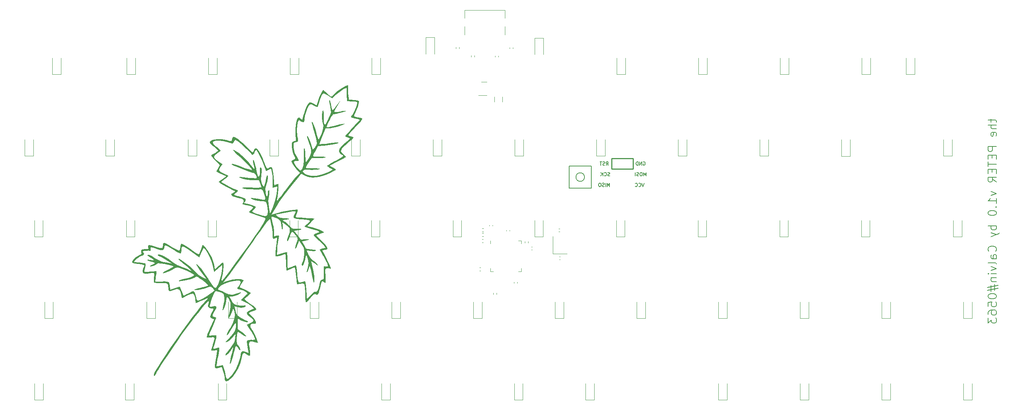
<source format=gbr>
%TF.GenerationSoftware,KiCad,Pcbnew,(6.0.7)*%
%TF.CreationDate,2022-10-27T10:32:22+02:00*%
%TF.ProjectId,the PETER keyboard,74686520-5045-4544-9552-206b6579626f,rev?*%
%TF.SameCoordinates,Original*%
%TF.FileFunction,Legend,Bot*%
%TF.FilePolarity,Positive*%
%FSLAX46Y46*%
G04 Gerber Fmt 4.6, Leading zero omitted, Abs format (unit mm)*
G04 Created by KiCad (PCBNEW (6.0.7)) date 2022-10-27 10:32:22*
%MOMM*%
%LPD*%
G01*
G04 APERTURE LIST*
%ADD10C,0.150000*%
%ADD11C,0.120000*%
%ADD12C,0.250000*%
G04 APERTURE END LIST*
D10*
X262461428Y-70535619D02*
X262461428Y-71297523D01*
X261794761Y-70821333D02*
X263509047Y-70821333D01*
X263699523Y-70916571D01*
X263794761Y-71107047D01*
X263794761Y-71297523D01*
X263794761Y-71964190D02*
X261794761Y-71964190D01*
X263794761Y-72821333D02*
X262747142Y-72821333D01*
X262556666Y-72726095D01*
X262461428Y-72535619D01*
X262461428Y-72249904D01*
X262556666Y-72059428D01*
X262651904Y-71964190D01*
X263699523Y-74535619D02*
X263794761Y-74345142D01*
X263794761Y-73964190D01*
X263699523Y-73773714D01*
X263509047Y-73678476D01*
X262747142Y-73678476D01*
X262556666Y-73773714D01*
X262461428Y-73964190D01*
X262461428Y-74345142D01*
X262556666Y-74535619D01*
X262747142Y-74630857D01*
X262937619Y-74630857D01*
X263128095Y-73678476D01*
X263794761Y-77011809D02*
X261794761Y-77011809D01*
X261794761Y-77773714D01*
X261890000Y-77964190D01*
X261985238Y-78059428D01*
X262175714Y-78154666D01*
X262461428Y-78154666D01*
X262651904Y-78059428D01*
X262747142Y-77964190D01*
X262842380Y-77773714D01*
X262842380Y-77011809D01*
X262747142Y-79011809D02*
X262747142Y-79678476D01*
X263794761Y-79964190D02*
X263794761Y-79011809D01*
X261794761Y-79011809D01*
X261794761Y-79964190D01*
X261794761Y-80535619D02*
X261794761Y-81678476D01*
X263794761Y-81107047D02*
X261794761Y-81107047D01*
X262747142Y-82345142D02*
X262747142Y-83011809D01*
X263794761Y-83297523D02*
X263794761Y-82345142D01*
X261794761Y-82345142D01*
X261794761Y-83297523D01*
X263794761Y-85297523D02*
X262842380Y-84630857D01*
X263794761Y-84154666D02*
X261794761Y-84154666D01*
X261794761Y-84916571D01*
X261890000Y-85107047D01*
X261985238Y-85202285D01*
X262175714Y-85297523D01*
X262461428Y-85297523D01*
X262651904Y-85202285D01*
X262747142Y-85107047D01*
X262842380Y-84916571D01*
X262842380Y-84154666D01*
X262461428Y-87488000D02*
X263794761Y-87964190D01*
X262461428Y-88440380D01*
X263794761Y-90249904D02*
X263794761Y-89107047D01*
X263794761Y-89678476D02*
X261794761Y-89678476D01*
X262080476Y-89487999D01*
X262270952Y-89297523D01*
X262366190Y-89107047D01*
X263604285Y-91107047D02*
X263699523Y-91202285D01*
X263794761Y-91107047D01*
X263699523Y-91011809D01*
X263604285Y-91107047D01*
X263794761Y-91107047D01*
X261794761Y-92440380D02*
X261794761Y-92630857D01*
X261890000Y-92821333D01*
X261985238Y-92916571D01*
X262175714Y-93011809D01*
X262556666Y-93107047D01*
X263032857Y-93107047D01*
X263413809Y-93011809D01*
X263604285Y-92916571D01*
X263699523Y-92821333D01*
X263794761Y-92630857D01*
X263794761Y-92440380D01*
X263699523Y-92249904D01*
X263604285Y-92154666D01*
X263413809Y-92059428D01*
X263032857Y-91964190D01*
X262556666Y-91964190D01*
X262175714Y-92059428D01*
X261985238Y-92154666D01*
X261890000Y-92249904D01*
X261794761Y-92440380D01*
X263794761Y-95487999D02*
X261794761Y-95487999D01*
X262556666Y-95487999D02*
X262461428Y-95678476D01*
X262461428Y-96059428D01*
X262556666Y-96249904D01*
X262651904Y-96345142D01*
X262842380Y-96440380D01*
X263413809Y-96440380D01*
X263604285Y-96345142D01*
X263699523Y-96249904D01*
X263794761Y-96059428D01*
X263794761Y-95678476D01*
X263699523Y-95487999D01*
X262461428Y-97107047D02*
X263794761Y-97583238D01*
X262461428Y-98059428D02*
X263794761Y-97583238D01*
X264270952Y-97392761D01*
X264366190Y-97297523D01*
X264461428Y-97107047D01*
X263604285Y-101487999D02*
X263699523Y-101392761D01*
X263794761Y-101107047D01*
X263794761Y-100916571D01*
X263699523Y-100630857D01*
X263509047Y-100440380D01*
X263318571Y-100345142D01*
X262937619Y-100249904D01*
X262651904Y-100249904D01*
X262270952Y-100345142D01*
X262080476Y-100440380D01*
X261890000Y-100630857D01*
X261794761Y-100916571D01*
X261794761Y-101107047D01*
X261890000Y-101392761D01*
X261985238Y-101487999D01*
X263794761Y-103202285D02*
X262747142Y-103202285D01*
X262556666Y-103107047D01*
X262461428Y-102916571D01*
X262461428Y-102535619D01*
X262556666Y-102345142D01*
X263699523Y-103202285D02*
X263794761Y-103011809D01*
X263794761Y-102535619D01*
X263699523Y-102345142D01*
X263509047Y-102249904D01*
X263318571Y-102249904D01*
X263128095Y-102345142D01*
X263032857Y-102535619D01*
X263032857Y-103011809D01*
X262937619Y-103202285D01*
X263794761Y-104440380D02*
X263699523Y-104249904D01*
X263509047Y-104154666D01*
X261794761Y-104154666D01*
X262461428Y-105011809D02*
X263794761Y-105487999D01*
X262461428Y-105964190D01*
X263794761Y-106726095D02*
X262461428Y-106726095D01*
X261794761Y-106726095D02*
X261890000Y-106630857D01*
X261985238Y-106726095D01*
X261890000Y-106821333D01*
X261794761Y-106726095D01*
X261985238Y-106726095D01*
X262461428Y-107678476D02*
X263794761Y-107678476D01*
X262651904Y-107678476D02*
X262556666Y-107773714D01*
X262461428Y-107964190D01*
X262461428Y-108249904D01*
X262556666Y-108440380D01*
X262747142Y-108535619D01*
X263794761Y-108535619D01*
X262461428Y-109392761D02*
X262461428Y-110821333D01*
X261604285Y-109964190D02*
X264175714Y-109392761D01*
X263318571Y-110630857D02*
X263318571Y-109202285D01*
X264175714Y-110059428D02*
X261604285Y-110630857D01*
X261794761Y-111868952D02*
X261794761Y-112059428D01*
X261890000Y-112249904D01*
X261985238Y-112345142D01*
X262175714Y-112440380D01*
X262556666Y-112535619D01*
X263032857Y-112535619D01*
X263413809Y-112440380D01*
X263604285Y-112345142D01*
X263699523Y-112249904D01*
X263794761Y-112059428D01*
X263794761Y-111868952D01*
X263699523Y-111678476D01*
X263604285Y-111583238D01*
X263413809Y-111487999D01*
X263032857Y-111392761D01*
X262556666Y-111392761D01*
X262175714Y-111487999D01*
X261985238Y-111583238D01*
X261890000Y-111678476D01*
X261794761Y-111868952D01*
X261794761Y-114345142D02*
X261794761Y-113392761D01*
X262747142Y-113297523D01*
X262651904Y-113392761D01*
X262556666Y-113583238D01*
X262556666Y-114059428D01*
X262651904Y-114249904D01*
X262747142Y-114345142D01*
X262937619Y-114440380D01*
X263413809Y-114440380D01*
X263604285Y-114345142D01*
X263699523Y-114249904D01*
X263794761Y-114059428D01*
X263794761Y-113583238D01*
X263699523Y-113392761D01*
X263604285Y-113297523D01*
X261794761Y-116154666D02*
X261794761Y-115773714D01*
X261890000Y-115583238D01*
X261985238Y-115487999D01*
X262270952Y-115297523D01*
X262651904Y-115202285D01*
X263413809Y-115202285D01*
X263604285Y-115297523D01*
X263699523Y-115392761D01*
X263794761Y-115583238D01*
X263794761Y-115964190D01*
X263699523Y-116154666D01*
X263604285Y-116249904D01*
X263413809Y-116345142D01*
X262937619Y-116345142D01*
X262747142Y-116249904D01*
X262651904Y-116154666D01*
X262556666Y-115964190D01*
X262556666Y-115583238D01*
X262651904Y-115392761D01*
X262747142Y-115297523D01*
X262937619Y-115202285D01*
X261794761Y-117011809D02*
X261794761Y-118249904D01*
X262556666Y-117583238D01*
X262556666Y-117868952D01*
X262651904Y-118059428D01*
X262747142Y-118154666D01*
X262937619Y-118249904D01*
X263413809Y-118249904D01*
X263604285Y-118154666D01*
X263699523Y-118059428D01*
X263794761Y-117868952D01*
X263794761Y-117297523D01*
X263699523Y-117107047D01*
X263604285Y-117011809D01*
%TO.C,J2*%
X173537142Y-86364404D02*
X173537142Y-85564404D01*
X173270476Y-86135833D01*
X173003809Y-85564404D01*
X173003809Y-86364404D01*
X172622857Y-86364404D02*
X172622857Y-85564404D01*
X172280000Y-86326309D02*
X172165714Y-86364404D01*
X171975238Y-86364404D01*
X171899047Y-86326309D01*
X171860952Y-86288214D01*
X171822857Y-86212023D01*
X171822857Y-86135833D01*
X171860952Y-86059642D01*
X171899047Y-86021547D01*
X171975238Y-85983452D01*
X172127619Y-85945357D01*
X172203809Y-85907261D01*
X172241904Y-85869166D01*
X172280000Y-85792976D01*
X172280000Y-85716785D01*
X172241904Y-85640595D01*
X172203809Y-85602500D01*
X172127619Y-85564404D01*
X171937142Y-85564404D01*
X171822857Y-85602500D01*
X171327619Y-85564404D02*
X171175238Y-85564404D01*
X171099047Y-85602500D01*
X171022857Y-85678690D01*
X170984761Y-85831071D01*
X170984761Y-86097738D01*
X171022857Y-86250119D01*
X171099047Y-86326309D01*
X171175238Y-86364404D01*
X171327619Y-86364404D01*
X171403809Y-86326309D01*
X171480000Y-86250119D01*
X171518095Y-86097738D01*
X171518095Y-85831071D01*
X171480000Y-85678690D01*
X171403809Y-85602500D01*
X171327619Y-85564404D01*
X172718095Y-81364404D02*
X172984761Y-80983452D01*
X173175238Y-81364404D02*
X173175238Y-80564404D01*
X172870476Y-80564404D01*
X172794285Y-80602500D01*
X172756190Y-80640595D01*
X172718095Y-80716785D01*
X172718095Y-80831071D01*
X172756190Y-80907261D01*
X172794285Y-80945357D01*
X172870476Y-80983452D01*
X173175238Y-80983452D01*
X172413333Y-81326309D02*
X172299047Y-81364404D01*
X172108571Y-81364404D01*
X172032380Y-81326309D01*
X171994285Y-81288214D01*
X171956190Y-81212023D01*
X171956190Y-81135833D01*
X171994285Y-81059642D01*
X172032380Y-81021547D01*
X172108571Y-80983452D01*
X172260952Y-80945357D01*
X172337142Y-80907261D01*
X172375238Y-80869166D01*
X172413333Y-80792976D01*
X172413333Y-80716785D01*
X172375238Y-80640595D01*
X172337142Y-80602500D01*
X172260952Y-80564404D01*
X172070476Y-80564404D01*
X171956190Y-80602500D01*
X171727619Y-80564404D02*
X171270476Y-80564404D01*
X171499047Y-81364404D02*
X171499047Y-80564404D01*
X181389523Y-80602500D02*
X181465714Y-80564404D01*
X181580000Y-80564404D01*
X181694285Y-80602500D01*
X181770476Y-80678690D01*
X181808571Y-80754880D01*
X181846666Y-80907261D01*
X181846666Y-81021547D01*
X181808571Y-81173928D01*
X181770476Y-81250119D01*
X181694285Y-81326309D01*
X181580000Y-81364404D01*
X181503809Y-81364404D01*
X181389523Y-81326309D01*
X181351428Y-81288214D01*
X181351428Y-81021547D01*
X181503809Y-81021547D01*
X181008571Y-81364404D02*
X181008571Y-80564404D01*
X180551428Y-81364404D01*
X180551428Y-80564404D01*
X180170476Y-81364404D02*
X180170476Y-80564404D01*
X179980000Y-80564404D01*
X179865714Y-80602500D01*
X179789523Y-80678690D01*
X179751428Y-80754880D01*
X179713333Y-80907261D01*
X179713333Y-81021547D01*
X179751428Y-81173928D01*
X179789523Y-81250119D01*
X179865714Y-81326309D01*
X179980000Y-81364404D01*
X180170476Y-81364404D01*
X181596666Y-85564404D02*
X181330000Y-86364404D01*
X181063333Y-85564404D01*
X180339523Y-86288214D02*
X180377619Y-86326309D01*
X180491904Y-86364404D01*
X180568095Y-86364404D01*
X180682380Y-86326309D01*
X180758571Y-86250119D01*
X180796666Y-86173928D01*
X180834761Y-86021547D01*
X180834761Y-85907261D01*
X180796666Y-85754880D01*
X180758571Y-85678690D01*
X180682380Y-85602500D01*
X180568095Y-85564404D01*
X180491904Y-85564404D01*
X180377619Y-85602500D01*
X180339523Y-85640595D01*
X179539523Y-86288214D02*
X179577619Y-86326309D01*
X179691904Y-86364404D01*
X179768095Y-86364404D01*
X179882380Y-86326309D01*
X179958571Y-86250119D01*
X179996666Y-86173928D01*
X180034761Y-86021547D01*
X180034761Y-85907261D01*
X179996666Y-85754880D01*
X179958571Y-85678690D01*
X179882380Y-85602500D01*
X179768095Y-85564404D01*
X179691904Y-85564404D01*
X179577619Y-85602500D01*
X179539523Y-85640595D01*
X182037142Y-83864404D02*
X182037142Y-83064404D01*
X181770476Y-83635833D01*
X181503809Y-83064404D01*
X181503809Y-83864404D01*
X180970476Y-83064404D02*
X180818095Y-83064404D01*
X180741904Y-83102500D01*
X180665714Y-83178690D01*
X180627619Y-83331071D01*
X180627619Y-83597738D01*
X180665714Y-83750119D01*
X180741904Y-83826309D01*
X180818095Y-83864404D01*
X180970476Y-83864404D01*
X181046666Y-83826309D01*
X181122857Y-83750119D01*
X181160952Y-83597738D01*
X181160952Y-83331071D01*
X181122857Y-83178690D01*
X181046666Y-83102500D01*
X180970476Y-83064404D01*
X180322857Y-83826309D02*
X180208571Y-83864404D01*
X180018095Y-83864404D01*
X179941904Y-83826309D01*
X179903809Y-83788214D01*
X179865714Y-83712023D01*
X179865714Y-83635833D01*
X179903809Y-83559642D01*
X179941904Y-83521547D01*
X180018095Y-83483452D01*
X180170476Y-83445357D01*
X180246666Y-83407261D01*
X180284761Y-83369166D01*
X180322857Y-83292976D01*
X180322857Y-83216785D01*
X180284761Y-83140595D01*
X180246666Y-83102500D01*
X180170476Y-83064404D01*
X179980000Y-83064404D01*
X179865714Y-83102500D01*
X179522857Y-83864404D02*
X179522857Y-83064404D01*
X173558571Y-83826309D02*
X173444285Y-83864404D01*
X173253809Y-83864404D01*
X173177619Y-83826309D01*
X173139523Y-83788214D01*
X173101428Y-83712023D01*
X173101428Y-83635833D01*
X173139523Y-83559642D01*
X173177619Y-83521547D01*
X173253809Y-83483452D01*
X173406190Y-83445357D01*
X173482380Y-83407261D01*
X173520476Y-83369166D01*
X173558571Y-83292976D01*
X173558571Y-83216785D01*
X173520476Y-83140595D01*
X173482380Y-83102500D01*
X173406190Y-83064404D01*
X173215714Y-83064404D01*
X173101428Y-83102500D01*
X172301428Y-83788214D02*
X172339523Y-83826309D01*
X172453809Y-83864404D01*
X172530000Y-83864404D01*
X172644285Y-83826309D01*
X172720476Y-83750119D01*
X172758571Y-83673928D01*
X172796666Y-83521547D01*
X172796666Y-83407261D01*
X172758571Y-83254880D01*
X172720476Y-83178690D01*
X172644285Y-83102500D01*
X172530000Y-83064404D01*
X172453809Y-83064404D01*
X172339523Y-83102500D01*
X172301428Y-83140595D01*
X171958571Y-83864404D02*
X171958571Y-83064404D01*
X171501428Y-83864404D02*
X171844285Y-83407261D01*
X171501428Y-83064404D02*
X171958571Y-83521547D01*
D11*
%TO.C,D40*%
X103663000Y-117150000D02*
X103663000Y-113300000D01*
X105663000Y-117150000D02*
X105663000Y-113300000D01*
X105663000Y-117150000D02*
X103663000Y-117150000D01*
%TO.C,D28*%
X100900500Y-98100000D02*
X98900500Y-98100000D01*
X100900500Y-98100000D02*
X100900500Y-94250000D01*
X98900500Y-98100000D02*
X98900500Y-94250000D01*
%TO.C,R_reset1*%
X153798000Y-99467641D02*
X153798000Y-99160359D01*
X154558000Y-99467641D02*
X154558000Y-99160359D01*
%TO.C,D21*%
X189500000Y-79200000D02*
X189500000Y-75350000D01*
X191500000Y-79200000D02*
X191500000Y-75350000D01*
X191500000Y-79200000D02*
X189500000Y-79200000D01*
%TO.C,R_USB2*%
X147580000Y-55802559D02*
X147580000Y-56109841D01*
X146820000Y-55802559D02*
X146820000Y-56109841D01*
%TO.C,D26*%
X62800500Y-98100000D02*
X60800500Y-98100000D01*
X62800500Y-98100000D02*
X62800500Y-94250000D01*
X60800500Y-98100000D02*
X60800500Y-94250000D01*
%TO.C,D9*%
X194262500Y-60150000D02*
X194262500Y-56300000D01*
X196262500Y-60150000D02*
X196262500Y-56300000D01*
X196262500Y-60150000D02*
X194262500Y-60150000D01*
%TO.C,D50*%
X62600000Y-136200000D02*
X60600000Y-136200000D01*
X62600000Y-136200000D02*
X62600000Y-132350000D01*
X60600000Y-136200000D02*
X60600000Y-132350000D01*
%TO.C,D44*%
X179863000Y-117150000D02*
X179863000Y-113300000D01*
X181863000Y-117150000D02*
X181863000Y-113300000D01*
X181863000Y-117150000D02*
X179863000Y-117150000D01*
%TO.C,D45*%
X200913000Y-117150000D02*
X198913000Y-117150000D01*
X198913000Y-117150000D02*
X198913000Y-113300000D01*
X200913000Y-117150000D02*
X200913000Y-113300000D01*
%TO.C,G\u002A\u002A\u002A*%
G36*
X105467126Y-111628812D02*
G01*
X105275805Y-111658355D01*
X105008527Y-111545099D01*
X104804214Y-111466615D01*
X104555380Y-111508907D01*
X104251282Y-111776662D01*
X103798301Y-112330644D01*
X103429661Y-112775912D01*
X103023224Y-113198080D01*
X102768176Y-113378568D01*
X102753377Y-113378564D01*
X102635452Y-113166278D01*
X102552907Y-112644387D01*
X102522818Y-111914781D01*
X102517063Y-111039065D01*
X102475099Y-109996385D01*
X102391342Y-109343206D01*
X102264015Y-109059949D01*
X102236134Y-109047397D01*
X101895428Y-109029228D01*
X101354433Y-109084012D01*
X100580959Y-109203380D01*
X100409366Y-107276763D01*
X100367749Y-106841018D01*
X100276629Y-106055417D01*
X100189064Y-105491695D01*
X100119378Y-105249964D01*
X100049251Y-105240102D01*
X99689472Y-105348098D01*
X99161531Y-105595579D01*
X98915065Y-105719829D01*
X98441835Y-105915196D01*
X98196818Y-105951002D01*
X98173844Y-105905170D01*
X98116574Y-105533831D01*
X98071124Y-104881719D01*
X98045733Y-104052353D01*
X98039446Y-103724605D01*
X98010367Y-102951255D01*
X97968596Y-102394958D01*
X97920933Y-102158854D01*
X97830956Y-102151099D01*
X97435203Y-102239303D01*
X96855697Y-102430633D01*
X96528065Y-102540156D01*
X95992731Y-102663236D01*
X95697054Y-102651298D01*
X95640625Y-102584508D01*
X95572151Y-102271514D01*
X95581612Y-101689975D01*
X95671289Y-100791155D01*
X95843467Y-99526316D01*
X95868550Y-99353362D01*
X95951504Y-98688892D01*
X95945071Y-98355042D01*
X95833862Y-98279159D01*
X95602491Y-98388593D01*
X95371985Y-98512693D01*
X95069816Y-98553192D01*
X94939756Y-98277648D01*
X94938210Y-97636717D01*
X94938625Y-97629196D01*
X94920691Y-97059259D01*
X94834960Y-96307195D01*
X94703456Y-95493672D01*
X94548205Y-94739359D01*
X94391230Y-94164920D01*
X94254554Y-93891028D01*
X94221125Y-93911914D01*
X93981309Y-94192882D01*
X93537237Y-94770825D01*
X92915082Y-95609876D01*
X92141017Y-96674170D01*
X91241216Y-97927839D01*
X90241852Y-99335018D01*
X89169096Y-100859841D01*
X88775989Y-101420294D01*
X87703801Y-102940182D01*
X86700830Y-104349584D01*
X85795780Y-105608959D01*
X85017350Y-106678763D01*
X84394242Y-107519452D01*
X83955155Y-108091484D01*
X83728792Y-108355316D01*
X83236446Y-108785764D01*
X83841039Y-108565432D01*
X84429894Y-108370782D01*
X85592521Y-108094516D01*
X86664447Y-107971551D01*
X87547731Y-108009810D01*
X88144437Y-108217218D01*
X88144961Y-108278074D01*
X87989116Y-108597301D01*
X87676207Y-109082286D01*
X87478525Y-109369889D01*
X87280580Y-109729286D01*
X87322872Y-109912432D01*
X87596319Y-110026694D01*
X87766301Y-110087078D01*
X88334122Y-110341629D01*
X88975864Y-110677409D01*
X89874807Y-111184179D01*
X89350328Y-111683445D01*
X89342336Y-111691049D01*
X88888293Y-112111328D01*
X88527953Y-112426319D01*
X88453048Y-112498923D01*
X88421327Y-112650278D01*
X88584235Y-112863197D01*
X88994613Y-113194974D01*
X89705301Y-113702901D01*
X89953687Y-113880533D01*
X90579013Y-114366096D01*
X91009613Y-114759047D01*
X91166003Y-114989383D01*
X91144809Y-115047316D01*
X90854014Y-115265636D01*
X90334519Y-115460586D01*
X89836507Y-115611293D01*
X89462435Y-115818024D01*
X89465243Y-116054659D01*
X89819120Y-116366571D01*
X89990170Y-116500931D01*
X90431418Y-116959562D01*
X90812579Y-117485824D01*
X91053058Y-117958242D01*
X91072261Y-118255343D01*
X90897825Y-118350713D01*
X90472206Y-118374250D01*
X90050457Y-118395628D01*
X89756629Y-118653642D01*
X89779296Y-119128641D01*
X90130499Y-119771384D01*
X90350266Y-120103666D01*
X90786698Y-120901975D01*
X91146320Y-121719580D01*
X91572865Y-122862168D01*
X90802416Y-122685463D01*
X90195712Y-122559788D01*
X89718835Y-122547275D01*
X89493308Y-122754626D01*
X89461628Y-123247197D01*
X89566289Y-124090340D01*
X89578364Y-124173631D01*
X89666693Y-124933312D01*
X89697044Y-125511086D01*
X89697328Y-125516496D01*
X89663439Y-125802793D01*
X89643908Y-125821690D01*
X89367956Y-125799897D01*
X88938141Y-125568800D01*
X88882866Y-125531055D01*
X88432689Y-125289882D01*
X88137245Y-125238941D01*
X88009209Y-125446357D01*
X87843987Y-125964035D01*
X87688382Y-126668826D01*
X87387832Y-127730740D01*
X86873741Y-128886084D01*
X86223030Y-129982644D01*
X85506732Y-130901224D01*
X84795878Y-131522630D01*
X84572317Y-131656451D01*
X84064771Y-131853328D01*
X83806865Y-131724698D01*
X83776098Y-131264877D01*
X83768361Y-130986720D01*
X83658881Y-130359837D01*
X83463066Y-129634024D01*
X83093724Y-128472259D01*
X82283461Y-128688175D01*
X81951643Y-128765160D01*
X81629648Y-128766031D01*
X81461429Y-128589193D01*
X81433038Y-128176117D01*
X81530530Y-127468268D01*
X81739957Y-126407116D01*
X81802238Y-126099298D01*
X81938983Y-125351245D01*
X82014976Y-124817320D01*
X82015070Y-124597172D01*
X82011714Y-124595145D01*
X81749660Y-124582443D01*
X81263398Y-124631726D01*
X81224487Y-124637153D01*
X80781010Y-124666761D01*
X80597321Y-124617530D01*
X80632042Y-124460316D01*
X80766747Y-123993457D01*
X80968541Y-123347590D01*
X80985720Y-123294127D01*
X81249047Y-122425148D01*
X81350372Y-121884823D01*
X81272689Y-121607084D01*
X80998989Y-121525860D01*
X80512267Y-121575085D01*
X80310345Y-121600208D01*
X79807883Y-121600679D01*
X79564013Y-121500920D01*
X79578500Y-121350251D01*
X79656019Y-121107141D01*
X80112859Y-121107141D01*
X80127082Y-121124019D01*
X80400434Y-121152973D01*
X80906480Y-121110324D01*
X81018401Y-121096148D01*
X81537313Y-121064004D01*
X81821171Y-121102239D01*
X81849226Y-121237342D01*
X81801512Y-121681302D01*
X81679623Y-122302367D01*
X81514154Y-122967981D01*
X81335697Y-123545588D01*
X81174846Y-123902636D01*
X81120311Y-123994394D01*
X81133005Y-124229987D01*
X81413810Y-124273503D01*
X81863956Y-124097074D01*
X82243900Y-123936059D01*
X82488294Y-123958105D01*
X82505452Y-124075271D01*
X82470774Y-124542815D01*
X82368623Y-125266998D01*
X82211381Y-126149824D01*
X82105855Y-126701249D01*
X81961455Y-127490315D01*
X81866479Y-128056166D01*
X81837592Y-128302826D01*
X81852661Y-128320725D01*
X82122823Y-128326110D01*
X82618400Y-128229780D01*
X83377953Y-128036185D01*
X83677643Y-129042384D01*
X83763093Y-129342811D01*
X83944861Y-130076842D01*
X84051443Y-130645739D01*
X84091409Y-130908333D01*
X84238751Y-131279620D01*
X84505448Y-131270305D01*
X84954001Y-130897842D01*
X85539992Y-130234125D01*
X86362485Y-128968861D01*
X86998867Y-127572140D01*
X87359981Y-126217401D01*
X87447100Y-125685093D01*
X87602716Y-125083375D01*
X87826935Y-124809363D01*
X88187738Y-124804063D01*
X88753113Y-125008480D01*
X89317258Y-125245157D01*
X89087949Y-123884484D01*
X88996655Y-123204968D01*
X88965167Y-122614925D01*
X89010322Y-122307186D01*
X89061662Y-122262982D01*
X89443814Y-122164143D01*
X90019207Y-122157402D01*
X90220731Y-122168517D01*
X90691840Y-122147834D01*
X90883501Y-122060709D01*
X90796085Y-121769642D01*
X90517306Y-121192186D01*
X90090419Y-120424067D01*
X89559890Y-119549646D01*
X88966411Y-118609062D01*
X89782900Y-118237677D01*
X89974422Y-118146265D01*
X90393599Y-117860938D01*
X90465050Y-117561282D01*
X90178964Y-117187990D01*
X89525531Y-116681748D01*
X89474573Y-116645468D01*
X88989046Y-116217763D01*
X88883548Y-115865689D01*
X89169797Y-115536472D01*
X89859507Y-115177333D01*
X90588992Y-114858203D01*
X90094477Y-114352776D01*
X89879359Y-114164133D01*
X89267165Y-113747470D01*
X88566437Y-113372010D01*
X87532911Y-112896671D01*
X88099004Y-112312203D01*
X88171830Y-112237843D01*
X88622132Y-111808027D01*
X88963441Y-111526452D01*
X89070504Y-111430587D01*
X89045147Y-111224162D01*
X88678977Y-110918675D01*
X88095532Y-110616372D01*
X87418173Y-110423447D01*
X87033378Y-110371155D01*
X86727921Y-110271568D01*
X86753169Y-110049631D01*
X87059049Y-109589000D01*
X87115172Y-109505865D01*
X87401758Y-108995257D01*
X87526103Y-108618749D01*
X87514099Y-108530958D01*
X87253051Y-108339102D01*
X86716270Y-108295045D01*
X85988250Y-108377145D01*
X85153481Y-108563756D01*
X84296456Y-108833236D01*
X83501667Y-109163940D01*
X82853608Y-109534226D01*
X82436770Y-109922447D01*
X82247764Y-110223709D01*
X82273410Y-110431821D01*
X82649722Y-110564917D01*
X83205043Y-110779087D01*
X83800289Y-111118550D01*
X84682441Y-111555677D01*
X85605275Y-111620420D01*
X86658111Y-111317844D01*
X87081289Y-111154511D01*
X87461502Y-111053229D01*
X87546372Y-111105846D01*
X87426353Y-111241139D01*
X86900409Y-111587926D01*
X86206273Y-111868891D01*
X85525806Y-112003261D01*
X84867910Y-112039913D01*
X85377690Y-112956267D01*
X85578097Y-113306653D01*
X85870026Y-113706200D01*
X86201051Y-113915198D01*
X86718289Y-114054125D01*
X86808072Y-114072467D01*
X87547358Y-114157534D01*
X88199778Y-114141730D01*
X88431031Y-114113744D01*
X88706469Y-114139437D01*
X88665990Y-114311262D01*
X88259696Y-114569507D01*
X87581967Y-114641779D01*
X86758075Y-114507081D01*
X86062809Y-114310585D01*
X86305381Y-115362074D01*
X86419448Y-115813088D01*
X86618875Y-116281469D01*
X86955445Y-116629246D01*
X87548204Y-117014714D01*
X87949167Y-117244580D01*
X88543559Y-117546094D01*
X88942456Y-117698981D01*
X89148841Y-117777373D01*
X89221545Y-117946201D01*
X89030262Y-118035080D01*
X88557000Y-118001951D01*
X87973542Y-117824087D01*
X87429593Y-117535776D01*
X87047455Y-117312621D01*
X86846381Y-117278962D01*
X86819414Y-117412852D01*
X86793349Y-117874772D01*
X86788900Y-118530701D01*
X86802628Y-119680743D01*
X87910484Y-120456473D01*
X88401643Y-120821994D01*
X88765424Y-121165079D01*
X88789774Y-121330556D01*
X88662140Y-121328385D01*
X88244274Y-121158723D01*
X87704506Y-120829039D01*
X87397930Y-120622993D01*
X86977071Y-120376456D01*
X86785259Y-120318489D01*
X86709270Y-120545178D01*
X86636059Y-121078742D01*
X86594361Y-121754270D01*
X86588313Y-122431124D01*
X86622051Y-122968662D01*
X86699715Y-123226245D01*
X86908284Y-123424924D01*
X87203831Y-123852995D01*
X87404768Y-124292456D01*
X87421641Y-124576057D01*
X87315910Y-124608618D01*
X87090772Y-124402786D01*
X86866353Y-124062913D01*
X86549190Y-123665607D01*
X86358558Y-123600851D01*
X86250627Y-123839246D01*
X86239619Y-123889828D01*
X86100378Y-124473083D01*
X85898207Y-125268034D01*
X85674042Y-126118968D01*
X85468819Y-126870174D01*
X85323474Y-127365937D01*
X85186040Y-127645640D01*
X85008699Y-127726923D01*
X84984503Y-127653969D01*
X85011849Y-127249047D01*
X85129640Y-126581852D01*
X85322360Y-125750174D01*
X85427658Y-125326667D01*
X85598667Y-124574517D01*
X85697705Y-124041448D01*
X85705896Y-123822352D01*
X85642742Y-123843621D01*
X85524415Y-124115813D01*
X85472982Y-124252604D01*
X85215680Y-124662166D01*
X84841646Y-125115860D01*
X84442756Y-125517386D01*
X84110885Y-125770444D01*
X83937905Y-125778734D01*
X83932872Y-125756128D01*
X84055841Y-125441379D01*
X84424485Y-124882927D01*
X85001542Y-124138247D01*
X85410184Y-123632019D01*
X85823616Y-123073911D01*
X86056701Y-122645551D01*
X86166599Y-122232640D01*
X86210470Y-121720884D01*
X86260313Y-120722196D01*
X85817743Y-121342735D01*
X85784890Y-121388028D01*
X85318858Y-121921321D01*
X84804840Y-122364925D01*
X84348330Y-122639637D01*
X84054823Y-122666258D01*
X84013528Y-122557241D01*
X84216772Y-122327461D01*
X84487673Y-122090450D01*
X84940019Y-121613535D01*
X85453720Y-121016991D01*
X85777182Y-120612500D01*
X86148266Y-120062733D01*
X86334030Y-119585470D01*
X86404700Y-119034303D01*
X86415040Y-118812176D01*
X86416549Y-118316466D01*
X86382094Y-118094297D01*
X86355250Y-118108880D01*
X86158627Y-118367154D01*
X85824055Y-118881193D01*
X85405352Y-119569701D01*
X85392681Y-119591097D01*
X84884495Y-120396200D01*
X84493782Y-120907918D01*
X84253934Y-121082379D01*
X84228942Y-121073080D01*
X84255883Y-120832109D01*
X84510825Y-120293327D01*
X84976874Y-119493859D01*
X85101445Y-119289426D01*
X85738104Y-118109496D01*
X86088887Y-117133636D01*
X86173095Y-116287144D01*
X86010031Y-115495315D01*
X85958585Y-115351541D01*
X85795625Y-114947705D01*
X85701646Y-114887925D01*
X85627069Y-115124149D01*
X85594470Y-115257038D01*
X85396905Y-115844340D01*
X85139144Y-116424997D01*
X84885135Y-116867109D01*
X84698826Y-117038776D01*
X84659355Y-116920440D01*
X84719659Y-116499194D01*
X84887038Y-115879623D01*
X84896973Y-115847871D01*
X85155410Y-114559893D01*
X85090162Y-113445531D01*
X84704143Y-112557783D01*
X84662408Y-112500967D01*
X84398929Y-112201325D01*
X84278299Y-112170566D01*
X84218944Y-112559514D01*
X84005291Y-113633858D01*
X83760429Y-114482608D01*
X83511023Y-115007184D01*
X83434740Y-115109876D01*
X83269498Y-115293873D01*
X83245309Y-115163751D01*
X83336392Y-114669686D01*
X83442488Y-114137094D01*
X83635155Y-113039653D01*
X83702646Y-112257362D01*
X83627195Y-111721232D01*
X83391034Y-111362276D01*
X82976396Y-111111505D01*
X82365512Y-110899929D01*
X82099005Y-110822877D01*
X81720377Y-110780687D01*
X81698540Y-110797465D01*
X81475360Y-110968935D01*
X81207143Y-111463976D01*
X81200429Y-111477639D01*
X80898109Y-112167910D01*
X80626262Y-112914031D01*
X80418500Y-113604565D01*
X80308434Y-114128080D01*
X80329674Y-114373141D01*
X80344851Y-114380942D01*
X80657238Y-114391307D01*
X81172684Y-114314664D01*
X81498307Y-114270558D01*
X81834889Y-114372600D01*
X81834033Y-114719678D01*
X81498683Y-115320887D01*
X81221181Y-115778841D01*
X80972684Y-116302992D01*
X80934247Y-116417186D01*
X80941164Y-116709476D01*
X81276712Y-116817936D01*
X81571254Y-116884141D01*
X81773762Y-117023165D01*
X81747800Y-117138583D01*
X81585474Y-117579925D01*
X81306365Y-118258791D01*
X80946761Y-119084723D01*
X80710389Y-119620695D01*
X80396850Y-120354511D01*
X80185541Y-120879417D01*
X80112859Y-121107141D01*
X79656019Y-121107141D01*
X79731350Y-120870892D01*
X80009559Y-120163720D01*
X80379141Y-119319677D01*
X81283246Y-117345209D01*
X80734028Y-117116452D01*
X80433186Y-116967146D01*
X80332425Y-116778903D01*
X80433726Y-116441275D01*
X80737379Y-115843117D01*
X81039180Y-115252859D01*
X81141743Y-114940140D01*
X81043360Y-114818889D01*
X80744662Y-114798620D01*
X80596964Y-114795927D01*
X80081555Y-114684571D01*
X79894484Y-114357685D01*
X79984265Y-113743855D01*
X80020016Y-113597391D01*
X80064858Y-113175370D01*
X79976188Y-113027607D01*
X79948773Y-113038045D01*
X79662222Y-113289158D01*
X79172100Y-113835922D01*
X78511316Y-114634773D01*
X77712776Y-115642138D01*
X76809389Y-116814449D01*
X75834061Y-118108135D01*
X74819700Y-119479628D01*
X73799212Y-120885359D01*
X72805506Y-122281758D01*
X71871489Y-123625254D01*
X71030068Y-124872281D01*
X70357146Y-125893456D01*
X69574891Y-127093472D01*
X68886522Y-128163613D01*
X68327399Y-129048373D01*
X67932879Y-129692246D01*
X67738321Y-130039724D01*
X67724290Y-130069899D01*
X67473212Y-130470569D01*
X67273014Y-130553703D01*
X67271928Y-130552935D01*
X67212605Y-130425946D01*
X67262267Y-130177094D01*
X67439726Y-129774034D01*
X67763791Y-129184423D01*
X68253276Y-128375918D01*
X68926991Y-127316174D01*
X69803749Y-125972848D01*
X70902362Y-124313596D01*
X71632066Y-123232005D01*
X72716080Y-121670242D01*
X73859756Y-120066309D01*
X75020888Y-118476458D01*
X76157269Y-116956939D01*
X77226689Y-115564004D01*
X78186943Y-114353905D01*
X78995822Y-113382891D01*
X79611118Y-112707215D01*
X79784571Y-112524529D01*
X79845339Y-112401010D01*
X79620306Y-112462896D01*
X79062224Y-112710471D01*
X78721424Y-112865775D01*
X78038735Y-113169548D01*
X77533180Y-113385268D01*
X77006421Y-113599084D01*
X76898368Y-112617771D01*
X76866906Y-112372635D01*
X76682791Y-111698041D01*
X76353417Y-111389146D01*
X75825036Y-111421384D01*
X75043898Y-111770189D01*
X74556963Y-112029341D01*
X74071636Y-112278831D01*
X73841515Y-112384921D01*
X73807593Y-112357898D01*
X73706207Y-112051608D01*
X73606517Y-111509780D01*
X73464861Y-110885779D01*
X73145276Y-110414267D01*
X72625016Y-110297059D01*
X71852946Y-110504849D01*
X71538472Y-110621840D01*
X71040325Y-110772822D01*
X70793395Y-110796534D01*
X70765887Y-110756752D01*
X70676584Y-110411563D01*
X70605097Y-109852784D01*
X70593855Y-109726667D01*
X70510544Y-109231219D01*
X70326716Y-109004483D01*
X69950780Y-108915221D01*
X69777378Y-108898637D01*
X69111773Y-108877569D01*
X68367534Y-108895002D01*
X68042940Y-108899886D01*
X67516468Y-108841531D01*
X67263753Y-108713198D01*
X67242309Y-108623382D01*
X67233745Y-108171210D01*
X67291820Y-107551981D01*
X67322239Y-107293378D01*
X67341183Y-106779619D01*
X67285540Y-106531525D01*
X67183244Y-106511087D01*
X66752873Y-106535676D01*
X66136577Y-106631404D01*
X65802962Y-106682619D01*
X65202787Y-106706782D01*
X64838536Y-106626896D01*
X64749939Y-106523659D01*
X64657118Y-106081910D01*
X64726550Y-105516285D01*
X64946026Y-105010421D01*
X64996959Y-104931525D01*
X65032144Y-104757996D01*
X64851181Y-104637666D01*
X64385396Y-104542338D01*
X63566115Y-104443814D01*
X62965977Y-104358087D01*
X62428346Y-104231251D01*
X62188292Y-104105114D01*
X62185087Y-104097227D01*
X62206866Y-103964865D01*
X62577365Y-103964865D01*
X63839062Y-104100380D01*
X64409215Y-104172607D01*
X64991620Y-104274661D01*
X65292247Y-104365297D01*
X65330313Y-104421628D01*
X65336542Y-104786207D01*
X65205900Y-105333743D01*
X65141194Y-105541898D01*
X65030615Y-106022154D01*
X65039985Y-106251159D01*
X65240984Y-106273980D01*
X65758032Y-106261832D01*
X66460043Y-106211904D01*
X67077222Y-106162749D01*
X67607337Y-106134897D01*
X67837474Y-106142802D01*
X67848118Y-106264298D01*
X67804596Y-106703102D01*
X67705785Y-107342580D01*
X67632961Y-107818932D01*
X67586149Y-108331378D01*
X67611526Y-108555108D01*
X67824265Y-108575140D01*
X68350697Y-108571297D01*
X69062774Y-108541350D01*
X69714954Y-108524489D01*
X70316856Y-108552017D01*
X70635524Y-108622468D01*
X70681872Y-108668786D01*
X70850687Y-109048024D01*
X70973404Y-109622069D01*
X71083058Y-110465521D01*
X72140048Y-110057046D01*
X72559867Y-109903550D01*
X73063360Y-109749000D01*
X73303732Y-109717601D01*
X73370198Y-109820108D01*
X73549672Y-110231221D01*
X73772955Y-110834697D01*
X73919233Y-111236045D01*
X74112119Y-111692567D01*
X74224484Y-111861453D01*
X74374979Y-111792002D01*
X74809344Y-111568657D01*
X75410933Y-111248523D01*
X75543123Y-111177341D01*
X76105435Y-110891453D01*
X76428711Y-110806252D01*
X76625959Y-110920472D01*
X76810189Y-111232848D01*
X77026462Y-111756204D01*
X77185808Y-112397631D01*
X77279613Y-112799854D01*
X77488367Y-112964256D01*
X77889914Y-112878266D01*
X78564740Y-112550824D01*
X78978016Y-112314669D01*
X79604852Y-111920658D01*
X80255585Y-111483907D01*
X80834411Y-111071055D01*
X81245519Y-110748739D01*
X81393103Y-110583596D01*
X81392834Y-110582639D01*
X81248640Y-110392653D01*
X80932382Y-110038178D01*
X80905047Y-110009010D01*
X80580157Y-109740936D01*
X80242935Y-109724809D01*
X79720616Y-109947732D01*
X79125993Y-110177722D01*
X78369268Y-110371755D01*
X77603344Y-110499124D01*
X76965104Y-110537263D01*
X76591426Y-110463605D01*
X76582614Y-110434255D01*
X76809411Y-110312875D01*
X77340064Y-110153537D01*
X78091597Y-109982835D01*
X78335774Y-109932165D01*
X79101175Y-109750275D01*
X79665709Y-109580966D01*
X79921469Y-109455343D01*
X79924754Y-109449910D01*
X79811070Y-109224331D01*
X79359056Y-108815909D01*
X78596894Y-108250286D01*
X77956469Y-107807087D01*
X77471011Y-107504365D01*
X77162735Y-107389129D01*
X76942329Y-107430267D01*
X76720482Y-107596670D01*
X76444064Y-107755333D01*
X75873577Y-107963018D01*
X75154822Y-108160506D01*
X74398226Y-108324459D01*
X73714217Y-108431540D01*
X73213224Y-108458412D01*
X73005672Y-108381737D01*
X73169959Y-108242868D01*
X73648412Y-108072149D01*
X74335955Y-107909363D01*
X75192054Y-107714877D01*
X75985189Y-107463620D01*
X76497797Y-107211106D01*
X76660213Y-106985039D01*
X76607181Y-106925363D01*
X76256478Y-106707491D01*
X75662049Y-106399278D01*
X74922608Y-106048465D01*
X74136869Y-105702794D01*
X73403547Y-105410007D01*
X73235098Y-105351823D01*
X72753465Y-105274064D01*
X72255933Y-105391613D01*
X71580632Y-105733164D01*
X70909548Y-106083392D01*
X70241776Y-106376363D01*
X69703679Y-106559337D01*
X69377612Y-106604622D01*
X69345933Y-106484530D01*
X69554350Y-106315119D01*
X70051325Y-106019112D01*
X70708268Y-105682504D01*
X71287357Y-105391598D01*
X71733913Y-105137320D01*
X71895335Y-105002028D01*
X71845468Y-104970829D01*
X71479225Y-104855103D01*
X70836955Y-104692702D01*
X70013269Y-104508438D01*
X69772701Y-104458765D01*
X68824852Y-104302170D01*
X68229223Y-104287737D01*
X67947810Y-104413725D01*
X67809359Y-104546217D01*
X67406778Y-104773506D01*
X66925085Y-104955909D01*
X66514723Y-105041168D01*
X66326135Y-104977024D01*
X66325552Y-104971188D01*
X66494973Y-104791409D01*
X66914292Y-104577638D01*
X67211273Y-104445060D01*
X67469708Y-104231919D01*
X67310986Y-104067970D01*
X66732619Y-103944542D01*
X66672548Y-103935721D01*
X66107393Y-103784470D01*
X65740611Y-103574092D01*
X65686120Y-103492139D01*
X65822562Y-103407322D01*
X66342976Y-103476658D01*
X66385509Y-103485216D01*
X67011033Y-103571255D01*
X67240964Y-103508388D01*
X67072469Y-103305569D01*
X66502716Y-102971753D01*
X66244704Y-102829135D01*
X65858304Y-102556716D01*
X65753686Y-102380845D01*
X65822130Y-102318019D01*
X66168350Y-102317648D01*
X66761918Y-102588889D01*
X67631157Y-103143244D01*
X68226454Y-103515628D01*
X69073831Y-103875962D01*
X70105739Y-104099605D01*
X71504854Y-104315639D01*
X70229241Y-103554196D01*
X69539485Y-103156861D01*
X68904424Y-102817391D01*
X68489295Y-102625575D01*
X68218909Y-102477725D01*
X68144749Y-102287321D01*
X68171312Y-102259097D01*
X68508781Y-102224726D01*
X69086045Y-102400455D01*
X69818979Y-102747394D01*
X70623454Y-103226648D01*
X71415345Y-103799328D01*
X71733378Y-104046549D01*
X72706550Y-104697353D01*
X73490581Y-105046997D01*
X73698471Y-105110288D01*
X74458744Y-105391216D01*
X75212546Y-105724529D01*
X75467274Y-105847902D01*
X75859311Y-106013311D01*
X75951675Y-105980601D01*
X75796089Y-105752228D01*
X75454963Y-105416184D01*
X74886448Y-104941477D01*
X74215649Y-104433071D01*
X74159139Y-104392054D01*
X73565548Y-103924996D01*
X73148492Y-103531968D01*
X72995174Y-103294331D01*
X72998743Y-103275768D01*
X73187961Y-103271516D01*
X73611351Y-103489461D01*
X74196557Y-103876105D01*
X74871219Y-104377949D01*
X75562981Y-104941495D01*
X76199484Y-105513246D01*
X76708372Y-106039704D01*
X76973581Y-106335001D01*
X77739877Y-107032657D01*
X78566587Y-107521064D01*
X79535938Y-107976275D01*
X78210441Y-106178986D01*
X77781131Y-105579503D01*
X77384507Y-104979447D01*
X77166067Y-104586379D01*
X77165250Y-104464978D01*
X77311459Y-104536316D01*
X77780871Y-104952828D01*
X78394683Y-105681445D01*
X79117143Y-106677511D01*
X79912503Y-107896373D01*
X79975269Y-107996963D01*
X80592925Y-108962872D01*
X81047394Y-109594126D01*
X81383138Y-109920217D01*
X81644618Y-109970641D01*
X81876297Y-109774888D01*
X82122637Y-109362452D01*
X82221630Y-109163908D01*
X82663996Y-108011666D01*
X82998111Y-106714903D01*
X83162009Y-105503676D01*
X83208433Y-104631793D01*
X81316593Y-106276883D01*
X80988646Y-104847299D01*
X80907174Y-104533075D01*
X80608377Y-103651995D01*
X80217601Y-102726508D01*
X79789074Y-101868835D01*
X79377025Y-101191197D01*
X79035683Y-100805815D01*
X79033093Y-100804015D01*
X78800261Y-100807684D01*
X78573041Y-101192259D01*
X78363942Y-101691461D01*
X78084411Y-102335900D01*
X77821572Y-102927050D01*
X75939546Y-101521780D01*
X75149849Y-100943544D01*
X74486796Y-100510225D01*
X74056389Y-100335051D01*
X73806902Y-100413271D01*
X73686615Y-100740134D01*
X73643805Y-101310888D01*
X73578328Y-101765224D01*
X73447534Y-101973399D01*
X73435253Y-101973860D01*
X73148151Y-101863708D01*
X72620266Y-101585504D01*
X71955871Y-101193746D01*
X71535371Y-100935839D01*
X70741351Y-100466864D01*
X70218102Y-100202975D01*
X69906798Y-100124879D01*
X69748616Y-100213285D01*
X69684729Y-100448902D01*
X69667647Y-100574928D01*
X69532321Y-101018267D01*
X69251803Y-101208407D01*
X68748624Y-101165954D01*
X67945313Y-100911511D01*
X67602944Y-100789746D01*
X66961724Y-100590732D01*
X66611288Y-100562880D01*
X66479260Y-100712985D01*
X66493267Y-101047843D01*
X66484692Y-101332309D01*
X66262401Y-101352779D01*
X66005357Y-101319772D01*
X65531580Y-101330846D01*
X65050260Y-101389874D01*
X64704978Y-101477319D01*
X64639314Y-101573641D01*
X64754774Y-101670730D01*
X64962970Y-102025255D01*
X64766516Y-102347594D01*
X64156122Y-102658602D01*
X63932430Y-102753774D01*
X63320568Y-103110161D01*
X62914036Y-103484048D01*
X62577365Y-103964865D01*
X62206866Y-103964865D01*
X62244970Y-103733295D01*
X62574053Y-103267800D01*
X63077283Y-102807162D01*
X63659612Y-102457802D01*
X63742332Y-102421374D01*
X64194207Y-102191800D01*
X64351584Y-101992257D01*
X64305373Y-101718694D01*
X64263593Y-101579777D01*
X64272938Y-101222123D01*
X64575041Y-101035636D01*
X65232241Y-100969960D01*
X65358914Y-100966287D01*
X65819080Y-100923377D01*
X65971762Y-100793794D01*
X65914637Y-100511987D01*
X65881399Y-100403574D01*
X65878345Y-100105922D01*
X66112656Y-100000397D01*
X66633472Y-100081788D01*
X67489936Y-100344880D01*
X68188205Y-100572626D01*
X68787847Y-100720845D01*
X69127031Y-100699005D01*
X69281231Y-100497280D01*
X69325924Y-100105843D01*
X69397916Y-99667796D01*
X69593733Y-99487947D01*
X69680119Y-99512243D01*
X70090207Y-99705935D01*
X70719513Y-100049950D01*
X71471387Y-100492574D01*
X71837397Y-100709432D01*
X72508005Y-101074077D01*
X72994354Y-101293600D01*
X73210187Y-101326626D01*
X73218524Y-101313144D01*
X73320923Y-100983401D01*
X73416262Y-100451567D01*
X73427064Y-100378456D01*
X73551415Y-99909087D01*
X73706942Y-99698945D01*
X73881639Y-99764430D01*
X74345140Y-100030518D01*
X75008787Y-100455416D01*
X75793540Y-100990213D01*
X76250796Y-101305899D01*
X77077584Y-101839765D01*
X77597676Y-102109142D01*
X77822473Y-102120377D01*
X77869076Y-102032875D01*
X78031753Y-101602700D01*
X78216778Y-100999580D01*
X78299685Y-100726187D01*
X78487330Y-100247725D01*
X78634697Y-100045563D01*
X78655913Y-100044792D01*
X78930876Y-100222280D01*
X79333638Y-100659693D01*
X79790687Y-101261202D01*
X80228521Y-101930984D01*
X80573632Y-102573213D01*
X80681308Y-102821184D01*
X81013171Y-103727588D01*
X81263438Y-104603023D01*
X81505214Y-105658327D01*
X82377859Y-104836792D01*
X82760075Y-104498371D01*
X83173234Y-104191717D01*
X83388557Y-104111924D01*
X83407834Y-104130680D01*
X83491140Y-104464825D01*
X83501674Y-105077635D01*
X83447185Y-105850250D01*
X83335426Y-106663808D01*
X83174149Y-107399451D01*
X83077374Y-107794546D01*
X83035483Y-108240593D01*
X83154288Y-108342521D01*
X83156621Y-108341426D01*
X83360390Y-108131404D01*
X83771948Y-107621900D01*
X84357808Y-106859373D01*
X85084483Y-105890282D01*
X85918484Y-104761089D01*
X86826323Y-103518251D01*
X87774513Y-102208226D01*
X88729567Y-100877476D01*
X89657997Y-99572459D01*
X90526313Y-98339634D01*
X91301029Y-97225461D01*
X91948658Y-96276398D01*
X92435712Y-95538906D01*
X92728703Y-95059443D01*
X93016431Y-94520536D01*
X93223595Y-94044530D01*
X93240226Y-93786019D01*
X93234576Y-93781535D01*
X94650836Y-93781535D01*
X94832552Y-94416650D01*
X94972407Y-94882036D01*
X95152725Y-95792810D01*
X95245481Y-96699697D01*
X95298757Y-98009325D01*
X95873664Y-97844460D01*
X96032655Y-97799390D01*
X96325087Y-97750389D01*
X96443425Y-97871350D01*
X96417444Y-98243872D01*
X96276921Y-98949555D01*
X96210348Y-99307799D01*
X96079433Y-100246700D01*
X95998564Y-101155173D01*
X95934705Y-102333835D01*
X97076453Y-101962851D01*
X97565235Y-101812494D01*
X98072726Y-101680443D01*
X98303472Y-101654600D01*
X98317988Y-101692551D01*
X98350675Y-102045734D01*
X98369439Y-102683066D01*
X98370572Y-103502375D01*
X98369502Y-103808233D01*
X98387071Y-104582271D01*
X98429786Y-105142575D01*
X98490946Y-105384428D01*
X98573519Y-105393975D01*
X98957422Y-105291495D01*
X99508082Y-105059310D01*
X99787930Y-104936402D01*
X100249464Y-104796370D01*
X100467820Y-104825769D01*
X100482079Y-104877139D01*
X100539479Y-105275458D01*
X100607500Y-105948082D01*
X100674311Y-106782871D01*
X100697070Y-107065610D01*
X100791485Y-107853322D01*
X100907626Y-108437922D01*
X101025461Y-108709498D01*
X101348135Y-108753103D01*
X101838806Y-108633015D01*
X102289849Y-108496701D01*
X102564859Y-108495410D01*
X102591385Y-108542620D01*
X102666668Y-108917109D01*
X102739368Y-109571535D01*
X102796847Y-110402032D01*
X102812868Y-110709207D01*
X102856879Y-111522898D01*
X102892737Y-112143783D01*
X102913890Y-112456865D01*
X103033043Y-112452996D01*
X103354147Y-112191338D01*
X103802651Y-111722596D01*
X104174770Y-111323731D01*
X104632331Y-110945228D01*
X104905523Y-110909553D01*
X105125641Y-110965560D01*
X105339955Y-110756222D01*
X105562473Y-110223951D01*
X105820744Y-109320927D01*
X105979466Y-108737959D01*
X106141437Y-108303967D01*
X106314222Y-108111462D01*
X106553733Y-108064605D01*
X106574407Y-108063935D01*
X106774435Y-107998746D01*
X106878993Y-107769064D01*
X106905061Y-107289390D01*
X106869623Y-106474228D01*
X106861212Y-106316523D01*
X106852658Y-105603058D01*
X106896238Y-105115290D01*
X106984557Y-104951213D01*
X107126976Y-104980976D01*
X107568044Y-105027953D01*
X107767296Y-104983420D01*
X107828608Y-104761292D01*
X107689828Y-104316198D01*
X107337122Y-103606584D01*
X106756656Y-102590898D01*
X106643234Y-102397113D01*
X106276479Y-101739652D01*
X106035316Y-101257165D01*
X105967252Y-101042819D01*
X106194469Y-100936194D01*
X106656537Y-100812972D01*
X107277851Y-100680605D01*
X106922717Y-100156057D01*
X106629822Y-99805439D01*
X106094242Y-99270612D01*
X105466427Y-98713175D01*
X105453926Y-98702733D01*
X104921271Y-98221809D01*
X104571823Y-97836734D01*
X104480678Y-97630020D01*
X104497155Y-97610883D01*
X104801228Y-97424424D01*
X105307279Y-97212701D01*
X105400298Y-97179073D01*
X105739125Y-97026517D01*
X105815230Y-96887526D01*
X105591630Y-96733009D01*
X105031339Y-96533873D01*
X104097372Y-96261027D01*
X103825852Y-96184346D01*
X103032104Y-95951404D01*
X102580467Y-95784215D01*
X102418713Y-95645557D01*
X102494617Y-95498204D01*
X102755952Y-95304933D01*
X103118638Y-95010919D01*
X103527689Y-94562674D01*
X103559471Y-94516686D01*
X103650407Y-94338385D01*
X103586485Y-94219666D01*
X103300797Y-94139003D01*
X102726430Y-94074870D01*
X101796472Y-94005744D01*
X101486759Y-93983116D01*
X100577744Y-93889222D01*
X100033813Y-93755430D01*
X99808985Y-93547708D01*
X99857274Y-93232023D01*
X100132699Y-92774341D01*
X100301216Y-92404812D01*
X100247579Y-92143339D01*
X100062502Y-92118581D01*
X99526784Y-92159287D01*
X98746907Y-92272124D01*
X97818684Y-92445188D01*
X95606125Y-92899364D01*
X96107139Y-93331700D01*
X96228616Y-93426490D01*
X96830256Y-93678133D01*
X97698484Y-93738700D01*
X98142799Y-93742376D01*
X98637839Y-93801753D01*
X98805748Y-93900075D01*
X98615707Y-94005642D01*
X98036895Y-94086755D01*
X97229730Y-94146838D01*
X97829322Y-94582135D01*
X97880344Y-94619915D01*
X98452605Y-95105725D01*
X99000560Y-95653566D01*
X99160208Y-95825925D01*
X99528611Y-96125812D01*
X99952026Y-96238273D01*
X100612653Y-96228256D01*
X100906528Y-96215561D01*
X101466397Y-96235347D01*
X101651402Y-96315982D01*
X101445448Y-96433025D01*
X100832440Y-96562030D01*
X99965676Y-96695794D01*
X100746651Y-97702342D01*
X101527626Y-98708891D01*
X102544349Y-98641607D01*
X102618484Y-98636973D01*
X103236626Y-98633136D01*
X103441179Y-98704312D01*
X103228950Y-98829427D01*
X102596744Y-98987403D01*
X101812684Y-99143035D01*
X102277826Y-100018908D01*
X102742968Y-100894780D01*
X103844240Y-101006617D01*
X103903552Y-101012651D01*
X104580524Y-101087258D01*
X104927651Y-101151054D01*
X105030882Y-101230172D01*
X104976171Y-101350738D01*
X104895476Y-101390013D01*
X104491653Y-101424564D01*
X103888234Y-101394146D01*
X102899348Y-101296092D01*
X103336179Y-102268486D01*
X103738176Y-102980191D01*
X104414429Y-103624309D01*
X104421788Y-103628727D01*
X104962650Y-104038055D01*
X105367754Y-104483329D01*
X105458970Y-104628843D01*
X105501802Y-104773275D01*
X105301216Y-104688782D01*
X104808008Y-104364960D01*
X103936354Y-103771001D01*
X104282967Y-105179888D01*
X104344443Y-105440776D01*
X104526677Y-106378206D01*
X104650000Y-107275489D01*
X104706536Y-108039270D01*
X104688410Y-108576193D01*
X104587747Y-108792907D01*
X104532750Y-108736187D01*
X104395850Y-108358692D01*
X104228908Y-107703567D01*
X104056488Y-106860185D01*
X103961754Y-106363153D01*
X103803778Y-105613116D01*
X103675338Y-105100305D01*
X103597653Y-104914692D01*
X103587000Y-104919802D01*
X103461258Y-105154457D01*
X103303958Y-105625057D01*
X103284827Y-105690557D01*
X103111780Y-106144311D01*
X102961358Y-106344046D01*
X102928195Y-106251553D01*
X102977646Y-105854326D01*
X103120371Y-105246346D01*
X103276586Y-104221838D01*
X103173108Y-103210650D01*
X103094749Y-102944028D01*
X102932553Y-102488043D01*
X102824767Y-102315334D01*
X102781763Y-102379653D01*
X102668474Y-102750213D01*
X102541403Y-103337165D01*
X102479385Y-103639945D01*
X102258958Y-104385519D01*
X102014814Y-104800348D01*
X101770555Y-104838465D01*
X101754773Y-104822591D01*
X101746482Y-104535214D01*
X101903746Y-104063259D01*
X102019348Y-103742677D01*
X102196764Y-103002787D01*
X102313821Y-102196343D01*
X102335572Y-101384173D01*
X102180180Y-100712910D01*
X101788527Y-99986815D01*
X101151880Y-98984902D01*
X100954755Y-99489876D01*
X100803590Y-99877121D01*
X100559601Y-100502183D01*
X100383494Y-100813097D01*
X100196982Y-100894266D01*
X100169235Y-100749154D01*
X100262331Y-100305201D01*
X100480493Y-99691058D01*
X100707716Y-99100708D01*
X100783345Y-98657572D01*
X100658400Y-98271389D01*
X100318235Y-97768662D01*
X100117707Y-97495749D01*
X99750939Y-97034329D01*
X99525994Y-96883320D01*
X99367188Y-97018984D01*
X99198835Y-97417586D01*
X99111420Y-97646654D01*
X98803132Y-98422686D01*
X98591280Y-98875775D01*
X98442357Y-99068941D01*
X98322863Y-99065200D01*
X98304806Y-98865849D01*
X98428878Y-98381837D01*
X98675901Y-97733744D01*
X98762860Y-97526721D01*
X98998656Y-96772903D01*
X98958511Y-96207370D01*
X98606103Y-95708614D01*
X97905113Y-95155127D01*
X97207439Y-94666610D01*
X97283980Y-95527842D01*
X97297446Y-95731203D01*
X97282813Y-96211791D01*
X97199195Y-96417522D01*
X97127083Y-96338611D01*
X97017100Y-95946105D01*
X96929251Y-95330628D01*
X96861575Y-94754149D01*
X96730915Y-94332853D01*
X96455095Y-94057471D01*
X95938293Y-93777856D01*
X95683326Y-93655358D01*
X95609459Y-93627792D01*
X95046868Y-93417846D01*
X94712490Y-93454253D01*
X94650836Y-93781535D01*
X93234576Y-93781535D01*
X93087021Y-93664424D01*
X93038644Y-93647834D01*
X92609541Y-93503366D01*
X91929328Y-93276366D01*
X91121658Y-93008128D01*
X90894329Y-92931406D01*
X90179888Y-92669863D01*
X89674308Y-92452917D01*
X89475224Y-92321297D01*
X89474715Y-92309546D01*
X89629031Y-92071701D01*
X89993621Y-91730103D01*
X90108981Y-91632000D01*
X90344694Y-91326092D01*
X90251749Y-91089843D01*
X89798804Y-90892248D01*
X88954512Y-90702304D01*
X88747945Y-90663750D01*
X88177123Y-90548166D01*
X87924952Y-90447114D01*
X87914701Y-90305675D01*
X88069641Y-90068926D01*
X88153125Y-89926330D01*
X88156445Y-89521641D01*
X87749444Y-89211524D01*
X86934372Y-88998101D01*
X86353403Y-88875080D01*
X85705452Y-88642564D01*
X85329397Y-88377712D01*
X85299617Y-88120457D01*
X85468745Y-87962727D01*
X85872748Y-87711082D01*
X86119075Y-87567362D01*
X86117962Y-87429411D01*
X85745766Y-87246628D01*
X85511828Y-87140502D01*
X84922937Y-86839350D01*
X84235610Y-86459442D01*
X83544198Y-86056454D01*
X82943051Y-85686062D01*
X82526516Y-85403940D01*
X82388945Y-85265766D01*
X82439093Y-85217053D01*
X82748141Y-84972881D01*
X83228616Y-84620136D01*
X83309725Y-84562140D01*
X83811281Y-84195033D01*
X84020886Y-83992516D01*
X83984644Y-83880574D01*
X83748651Y-83785191D01*
X83662189Y-83752824D01*
X83177045Y-83544168D01*
X82579952Y-83262707D01*
X81774696Y-82866972D01*
X82246117Y-82078839D01*
X82357919Y-81888664D01*
X82557674Y-81455497D01*
X82515556Y-81170576D01*
X82229434Y-80880700D01*
X81668680Y-80388493D01*
X81019537Y-79729128D01*
X80688070Y-79246146D01*
X80659886Y-79034669D01*
X80855465Y-78825292D01*
X81372628Y-78571206D01*
X81569221Y-78479412D01*
X82019468Y-78199171D01*
X82206200Y-77965807D01*
X82148913Y-77829165D01*
X81830105Y-77484522D01*
X81322517Y-77079979D01*
X81025122Y-76865013D01*
X80469243Y-76390083D01*
X80271342Y-76032346D01*
X80280470Y-76013882D01*
X80954250Y-76013882D01*
X81177361Y-76394996D01*
X81770938Y-76951786D01*
X82220376Y-77347084D01*
X82621832Y-77738632D01*
X82788054Y-77955630D01*
X82763912Y-78022775D01*
X82492184Y-78281168D01*
X82011041Y-78605570D01*
X81784924Y-78747179D01*
X81362659Y-79121281D01*
X81297284Y-79488041D01*
X81597637Y-79909737D01*
X82272551Y-80448644D01*
X83220093Y-81125804D01*
X82761176Y-81781566D01*
X82483463Y-82293025D01*
X82506486Y-82690523D01*
X82875455Y-83026303D01*
X83626192Y-83365977D01*
X83928260Y-83488266D01*
X84395278Y-83714828D01*
X84590562Y-83868558D01*
X84546103Y-83957952D01*
X84251421Y-84250002D01*
X83767790Y-84633744D01*
X82919506Y-85254237D01*
X84271561Y-86040148D01*
X84286831Y-86049012D01*
X85046177Y-86462358D01*
X85743920Y-86796381D01*
X86230778Y-86979506D01*
X86419266Y-87031851D01*
X86799528Y-87227765D01*
X86772269Y-87483609D01*
X86343368Y-87844559D01*
X86149584Y-87982447D01*
X85952062Y-88189286D01*
X86033999Y-88348990D01*
X86440418Y-88505899D01*
X87216341Y-88704357D01*
X87451776Y-88762026D01*
X88204310Y-88981500D01*
X88602814Y-89192420D01*
X88699898Y-89436270D01*
X88548176Y-89754537D01*
X88250100Y-90180235D01*
X89664604Y-90542726D01*
X89697658Y-90551253D01*
X90393153Y-90759766D01*
X90884519Y-90960843D01*
X91067246Y-91112061D01*
X91066219Y-91121493D01*
X90892884Y-91395362D01*
X90517616Y-91754338D01*
X90371508Y-91874130D01*
X90168103Y-92081829D01*
X90168059Y-92247347D01*
X90421467Y-92413064D01*
X90978418Y-92621362D01*
X91889006Y-92914619D01*
X92646206Y-93121334D01*
X93276698Y-93215358D01*
X93603077Y-93155090D01*
X93750583Y-92796438D01*
X93813377Y-92168920D01*
X93791416Y-91428996D01*
X93689413Y-90728669D01*
X93512081Y-90219941D01*
X93466381Y-90144861D01*
X93154370Y-89824515D01*
X92714006Y-89789839D01*
X92248092Y-89794005D01*
X91596453Y-89711718D01*
X90916253Y-89565675D01*
X90319627Y-89385095D01*
X89918713Y-89199199D01*
X89825648Y-89037207D01*
X89831218Y-89031135D01*
X90103842Y-89000297D01*
X90665642Y-89056570D01*
X91402642Y-89188984D01*
X91437391Y-89196313D01*
X92193202Y-89335018D01*
X92789928Y-89408022D01*
X93101086Y-89399637D01*
X93156993Y-89357997D01*
X93210278Y-89054484D01*
X93083496Y-88453655D01*
X92769702Y-87516025D01*
X92690512Y-87319304D01*
X92510464Y-87094176D01*
X92177698Y-87016453D01*
X91557862Y-87032535D01*
X90888207Y-87044946D01*
X90043894Y-87015402D01*
X89198282Y-86950402D01*
X88457516Y-86860549D01*
X87927738Y-86756445D01*
X87715092Y-86648693D01*
X87839333Y-86599476D01*
X88307618Y-86562965D01*
X89044343Y-86554794D01*
X89964761Y-86577641D01*
X90722187Y-86601508D01*
X91529216Y-86610189D01*
X92094517Y-86595939D01*
X92327560Y-86559454D01*
X92337261Y-86511528D01*
X92256661Y-86173034D01*
X92049630Y-85653432D01*
X91687122Y-84856461D01*
X90825634Y-84891575D01*
X90705447Y-84894302D01*
X89954954Y-84852947D01*
X89079111Y-84737496D01*
X88214876Y-84573199D01*
X87499205Y-84385303D01*
X87069055Y-84199055D01*
X87085962Y-84144726D01*
X87422901Y-84124620D01*
X88051449Y-84161452D01*
X88899100Y-84253079D01*
X89515534Y-84323674D01*
X90337390Y-84391257D01*
X90938994Y-84407432D01*
X91221028Y-84367316D01*
X91246532Y-84332247D01*
X91206867Y-84041554D01*
X91005654Y-83639511D01*
X90740085Y-83290621D01*
X90507355Y-83159387D01*
X90326075Y-83128193D01*
X89830666Y-82976628D01*
X89120746Y-82730827D01*
X88284004Y-82424329D01*
X87408132Y-82090673D01*
X86580823Y-81763396D01*
X85889766Y-81476036D01*
X85422653Y-81262134D01*
X85267176Y-81155226D01*
X85323598Y-81110292D01*
X85624588Y-81094034D01*
X86188940Y-81220353D01*
X87057412Y-81499943D01*
X88270753Y-81943500D01*
X88780730Y-82129222D01*
X89481296Y-82355963D01*
X89952480Y-82470394D01*
X90112465Y-82450012D01*
X89987121Y-82213461D01*
X89596891Y-81711846D01*
X89016167Y-81062662D01*
X88316419Y-80341670D01*
X87569120Y-79624631D01*
X86845743Y-78987307D01*
X86736889Y-78896044D01*
X86115196Y-78337577D01*
X85771349Y-77952850D01*
X85738575Y-77778150D01*
X85945551Y-77813919D01*
X86414382Y-78084516D01*
X87043847Y-78549446D01*
X87759805Y-79146244D01*
X88488118Y-79812449D01*
X89154644Y-80485599D01*
X89685247Y-81103230D01*
X89690818Y-81110466D01*
X90142259Y-81676466D01*
X90490053Y-82075185D01*
X90659314Y-82220714D01*
X90674246Y-82108201D01*
X90609712Y-81686447D01*
X90466066Y-81062253D01*
X90351336Y-80553992D01*
X90328678Y-80156050D01*
X90471121Y-80130692D01*
X90524897Y-80189618D01*
X90711128Y-80600956D01*
X90912779Y-81280947D01*
X91094748Y-82117744D01*
X91154330Y-82432403D01*
X91319207Y-83200705D01*
X91467374Y-83758686D01*
X91572557Y-84002693D01*
X91670607Y-84042713D01*
X91876026Y-83887542D01*
X91993695Y-83430461D01*
X91994700Y-82756810D01*
X91981762Y-82555103D01*
X92001835Y-82073665D01*
X92095276Y-81866195D01*
X92224085Y-81897608D01*
X92370239Y-82232933D01*
X92389617Y-82871196D01*
X92275726Y-83744795D01*
X92201027Y-84681804D01*
X92414328Y-85638451D01*
X92493752Y-85805094D01*
X92738390Y-86227094D01*
X92905253Y-86384090D01*
X93000527Y-86215523D01*
X93140863Y-85732981D01*
X93285994Y-85050456D01*
X93418097Y-84428310D01*
X93565551Y-83919743D01*
X93680923Y-83714320D01*
X93698132Y-83712530D01*
X93834574Y-83887703D01*
X93839659Y-84364467D01*
X93721508Y-85052347D01*
X93488242Y-85860866D01*
X93257888Y-86826717D01*
X93303127Y-87857667D01*
X93449477Y-88356280D01*
X93614767Y-88646210D01*
X93736340Y-88531493D01*
X93795961Y-88006619D01*
X93872919Y-87499611D01*
X94031532Y-87194513D01*
X94139482Y-87259841D01*
X94192341Y-87616831D01*
X94182896Y-88146886D01*
X94113870Y-88723361D01*
X93987985Y-89219617D01*
X93983848Y-89231503D01*
X93938560Y-89669386D01*
X93967679Y-90369962D01*
X94065460Y-91187295D01*
X94305963Y-92715075D01*
X94707089Y-91889535D01*
X95036667Y-91119872D01*
X95464281Y-89842984D01*
X95797129Y-88525263D01*
X95977761Y-87371007D01*
X96069008Y-86297470D01*
X95506233Y-86480030D01*
X94943457Y-86662591D01*
X94970967Y-85615291D01*
X94973451Y-85478927D01*
X94955915Y-84683019D01*
X94896279Y-83845157D01*
X94807524Y-83081632D01*
X94702629Y-82508739D01*
X94594571Y-82242771D01*
X94370918Y-82264130D01*
X93960241Y-82454828D01*
X93451292Y-82754677D01*
X92927351Y-81379766D01*
X92736991Y-80905583D01*
X92387391Y-80107256D01*
X92004449Y-79292715D01*
X91637953Y-78563389D01*
X91337695Y-78020708D01*
X91153464Y-77766104D01*
X91138452Y-77764876D01*
X90980020Y-77955126D01*
X90745462Y-78384808D01*
X90695651Y-78483315D01*
X90447449Y-78856327D01*
X90268678Y-78950267D01*
X90237170Y-78924079D01*
X89959584Y-78662313D01*
X89488919Y-78200373D01*
X88906729Y-77618039D01*
X88833530Y-77544609D01*
X88140289Y-76879952D01*
X87464769Y-76277957D01*
X86943662Y-75860972D01*
X86688809Y-75682406D01*
X86333130Y-75484571D01*
X86141620Y-75537948D01*
X85995771Y-75839904D01*
X85819862Y-76158771D01*
X85524478Y-76276213D01*
X84374828Y-75965083D01*
X83316939Y-75723716D01*
X82521181Y-75607828D01*
X81915087Y-75603921D01*
X81634825Y-75634728D01*
X81105455Y-75772457D01*
X80954250Y-76013882D01*
X80280470Y-76013882D01*
X80417079Y-75737551D01*
X80892118Y-75451440D01*
X81271024Y-75337116D01*
X82089897Y-75261806D01*
X83072125Y-75298544D01*
X84072261Y-75439272D01*
X84944863Y-75675932D01*
X85095580Y-75726477D01*
X85363500Y-75703242D01*
X85465295Y-75347384D01*
X85551690Y-75015239D01*
X85749074Y-74751760D01*
X85799629Y-74741358D01*
X86178933Y-74869216D01*
X86770358Y-75239407D01*
X87508784Y-75800015D01*
X88329094Y-76499117D01*
X89166168Y-77284793D01*
X89954886Y-78105121D01*
X90108701Y-78261498D01*
X90324639Y-78319606D01*
X90520579Y-77998763D01*
X90731529Y-77612696D01*
X91035871Y-77392432D01*
X91377594Y-77569845D01*
X91796201Y-78149606D01*
X92137558Y-78783124D01*
X92545323Y-79637670D01*
X92924757Y-80516852D01*
X92981283Y-80655521D01*
X93282640Y-81361129D01*
X93526928Y-81880356D01*
X93665750Y-82109199D01*
X93813205Y-82112736D01*
X94153448Y-81933893D01*
X94400434Y-81804518D01*
X94719532Y-81813475D01*
X94813989Y-81948299D01*
X94973087Y-82455410D01*
X95115178Y-83224608D01*
X95223171Y-84154366D01*
X95279978Y-85143159D01*
X95294836Y-85568812D01*
X95346479Y-85944310D01*
X95474659Y-86030259D01*
X95727205Y-85908507D01*
X96014014Y-85768017D01*
X96258310Y-85733309D01*
X96297960Y-85862377D01*
X96311146Y-86324761D01*
X96279159Y-87005776D01*
X96210899Y-87786443D01*
X96115266Y-88547782D01*
X96001161Y-89170814D01*
X95973607Y-89292852D01*
X95941913Y-89516300D01*
X95996358Y-89570884D01*
X96170810Y-89422865D01*
X96499138Y-89038506D01*
X97015209Y-88384070D01*
X97752892Y-87425820D01*
X97986681Y-87121853D01*
X98741499Y-86152307D01*
X99454109Y-85253117D01*
X100053441Y-84513364D01*
X100468424Y-84022130D01*
X101250332Y-83140461D01*
X100481136Y-82258299D01*
X100193704Y-81910613D01*
X99755440Y-81308034D01*
X99486754Y-80841624D01*
X99379766Y-80551264D01*
X99423734Y-80289253D01*
X99791265Y-80095610D01*
X99910408Y-80046504D01*
X100161297Y-79880755D01*
X100164512Y-79621312D01*
X99941603Y-79129709D01*
X99720161Y-78537900D01*
X99541464Y-77779431D01*
X99430896Y-77005106D01*
X99422774Y-76771553D01*
X99833538Y-76771553D01*
X99840865Y-77228079D01*
X100094433Y-78488137D01*
X100664684Y-79554190D01*
X100884877Y-79851354D01*
X101074874Y-80217388D01*
X100954470Y-80376485D01*
X100511816Y-80393719D01*
X100227057Y-80404731D01*
X99962965Y-80583192D01*
X100042824Y-80979847D01*
X100466069Y-81609782D01*
X100642700Y-81831091D01*
X101083652Y-82335243D01*
X101384302Y-82534818D01*
X101625781Y-82460124D01*
X101889217Y-82141472D01*
X101918493Y-82097496D01*
X102172895Y-81356465D01*
X102232327Y-80249943D01*
X102229670Y-80160878D01*
X102200814Y-78958028D01*
X102198963Y-78125560D01*
X102226641Y-77614304D01*
X102286372Y-77375095D01*
X102380676Y-77358769D01*
X102391577Y-77368994D01*
X102482724Y-77670124D01*
X102550478Y-78264592D01*
X102580869Y-79035398D01*
X102581911Y-79134313D01*
X102602946Y-79879565D01*
X102640979Y-80425935D01*
X102688577Y-80661200D01*
X102792748Y-80589665D01*
X103056264Y-80240620D01*
X103403480Y-79689927D01*
X103404224Y-79688665D01*
X103747695Y-79026568D01*
X103914144Y-78428086D01*
X103901407Y-77782205D01*
X103707323Y-76977910D01*
X103329727Y-75904188D01*
X103303947Y-75835400D01*
X103072024Y-75159667D01*
X102943304Y-74674813D01*
X102945091Y-74481805D01*
X102949236Y-74481222D01*
X103157409Y-74652103D01*
X103434422Y-75138576D01*
X103736683Y-75850779D01*
X104020599Y-76698852D01*
X104326007Y-77738803D01*
X104713175Y-77306942D01*
X104817635Y-77186317D01*
X105108232Y-76751008D01*
X105242831Y-76272307D01*
X105221349Y-75662706D01*
X105043704Y-74834701D01*
X104709816Y-73700790D01*
X104455179Y-72855347D01*
X104237992Y-72061640D01*
X104108858Y-71497517D01*
X104089626Y-71249340D01*
X104166453Y-71232607D01*
X104358827Y-71497455D01*
X104608672Y-72078486D01*
X104891542Y-72915368D01*
X105182992Y-73947768D01*
X105220620Y-74091517D01*
X105417876Y-74796840D01*
X105576828Y-75289546D01*
X105666004Y-75470420D01*
X105671357Y-75467575D01*
X105800341Y-75245068D01*
X106034965Y-74739493D01*
X106328585Y-74050788D01*
X106565640Y-73440620D01*
X106744483Y-72781320D01*
X106761003Y-72199564D01*
X106636292Y-71521997D01*
X106549685Y-71060178D01*
X106478725Y-70332910D01*
X106464869Y-69611410D01*
X106504788Y-68999503D01*
X106595149Y-68601011D01*
X106732622Y-68519759D01*
X106799677Y-68692746D01*
X106849648Y-69189538D01*
X106849084Y-69873432D01*
X106838156Y-70257475D01*
X106864958Y-71153734D01*
X106974590Y-71700469D01*
X107161745Y-71863878D01*
X107171577Y-71860017D01*
X107347410Y-71634480D01*
X107639089Y-71134651D01*
X107988894Y-70458590D01*
X108101551Y-70227627D01*
X108402334Y-69543092D01*
X108531602Y-69008103D01*
X108513628Y-68447255D01*
X108372687Y-67685142D01*
X108243722Y-66966827D01*
X108183519Y-66392767D01*
X108208586Y-66104916D01*
X108296857Y-66164636D01*
X108430913Y-66545543D01*
X108571211Y-67169379D01*
X108688049Y-67736448D01*
X108825786Y-68267543D01*
X108927240Y-68506063D01*
X108937605Y-68509098D01*
X109139449Y-68356350D01*
X109505594Y-67946849D01*
X109964878Y-67359246D01*
X110879039Y-66125967D01*
X110090753Y-67382785D01*
X110075401Y-67407318D01*
X109691275Y-68062278D01*
X109428528Y-68587662D01*
X109343257Y-68871728D01*
X109521043Y-68947894D01*
X110005167Y-68933162D01*
X110681587Y-68820207D01*
X111303735Y-68704693D01*
X111804830Y-68655935D01*
X112007694Y-68698571D01*
X111976969Y-68743806D01*
X111663625Y-68888545D01*
X111113530Y-69062602D01*
X110451818Y-69232453D01*
X109803625Y-69364581D01*
X109294089Y-69425465D01*
X109105981Y-69471283D01*
X108881008Y-69674060D01*
X108605505Y-70111133D01*
X108221541Y-70859985D01*
X108167527Y-70970496D01*
X107845196Y-71660758D01*
X107624624Y-72186315D01*
X107550906Y-72440864D01*
X107567179Y-72473874D01*
X107698683Y-72508393D01*
X108007835Y-72474788D01*
X108552227Y-72361878D01*
X109389452Y-72158484D01*
X110577100Y-71853427D01*
X110590692Y-71849899D01*
X111239546Y-71705037D01*
X111664291Y-71655852D01*
X111773575Y-71713061D01*
X111725907Y-71756434D01*
X111344977Y-71935682D01*
X110704022Y-72155258D01*
X109920617Y-72382649D01*
X109112341Y-72585340D01*
X108396768Y-72730820D01*
X107891477Y-72786573D01*
X107330008Y-72786656D01*
X106549569Y-74579440D01*
X106367227Y-75008919D01*
X106085853Y-75727225D01*
X105916891Y-76240313D01*
X105891858Y-76458160D01*
X106038634Y-76469484D01*
X106534820Y-76436167D01*
X107287829Y-76354899D01*
X108204463Y-76234687D01*
X108899738Y-76145938D01*
X109679615Y-76073793D01*
X110217706Y-76058168D01*
X110425896Y-76104235D01*
X110373289Y-76178073D01*
X109975232Y-76324077D01*
X109226817Y-76480715D01*
X108174355Y-76639067D01*
X106864158Y-76790214D01*
X105543421Y-76924337D01*
X104910716Y-78064214D01*
X104629699Y-78605482D01*
X104429278Y-79075608D01*
X104398473Y-79288440D01*
X104401324Y-79290207D01*
X104672448Y-79329637D01*
X105242820Y-79353683D01*
X105993099Y-79357199D01*
X106067794Y-79356634D01*
X106756756Y-79376107D01*
X107213800Y-79433891D01*
X107343358Y-79518566D01*
X107332409Y-79529780D01*
X107031387Y-79614525D01*
X106437074Y-79675706D01*
X105665418Y-79700735D01*
X104111384Y-79705948D01*
X103346139Y-80798832D01*
X102997787Y-81334092D01*
X102761444Y-81782805D01*
X102725536Y-81992996D01*
X102728498Y-81994891D01*
X103010917Y-82044989D01*
X103590636Y-82080549D01*
X104345879Y-82093984D01*
X104379963Y-82093998D01*
X105123281Y-82104880D01*
X105679613Y-82132163D01*
X105930799Y-82170168D01*
X105962357Y-82217254D01*
X105782510Y-82318224D01*
X105333396Y-82397257D01*
X104723082Y-82444259D01*
X104059635Y-82449134D01*
X103451123Y-82401789D01*
X103157556Y-82367039D01*
X102460051Y-82380942D01*
X102093220Y-82588186D01*
X101995878Y-82797370D01*
X102099518Y-83057869D01*
X102521804Y-83400725D01*
X102897245Y-83612362D01*
X103915718Y-83869531D01*
X105139465Y-83843091D01*
X106498733Y-83538706D01*
X107923772Y-82962039D01*
X108968834Y-82444182D01*
X108363640Y-82068831D01*
X108327625Y-82046430D01*
X107885020Y-81760612D01*
X107632545Y-81579141D01*
X107675611Y-81504454D01*
X108007654Y-81264075D01*
X108594959Y-80910610D01*
X109363912Y-80490353D01*
X109765434Y-80278119D01*
X110629384Y-79799767D01*
X111158566Y-79455434D01*
X111388878Y-79212093D01*
X111356216Y-79036718D01*
X111096476Y-78896282D01*
X110665725Y-78655425D01*
X110411588Y-78198834D01*
X110538260Y-77612479D01*
X111040070Y-76915632D01*
X111911343Y-76127564D01*
X112285158Y-75830581D01*
X112759383Y-75416559D01*
X112932802Y-75161065D01*
X112832977Y-75004820D01*
X112487473Y-74888550D01*
X112082715Y-74748955D01*
X111883110Y-74600078D01*
X111987575Y-74427533D01*
X112330899Y-74006180D01*
X112858012Y-73407053D01*
X113511688Y-72697022D01*
X114112045Y-72055246D01*
X114681235Y-71441384D01*
X115083989Y-71000748D01*
X115258273Y-70800687D01*
X115262321Y-70793325D01*
X115123996Y-70674276D01*
X114704569Y-70574042D01*
X114153457Y-70474346D01*
X113583520Y-70329919D01*
X113339653Y-70229580D01*
X113257360Y-70033019D01*
X113475560Y-69653785D01*
X113609879Y-69445413D01*
X113961004Y-68788531D01*
X114298452Y-68036189D01*
X114556359Y-67342493D01*
X114668870Y-66861548D01*
X114666729Y-66784236D01*
X114545528Y-66608046D01*
X114181124Y-66512080D01*
X113483697Y-66466391D01*
X112278961Y-66425240D01*
X112234060Y-64834139D01*
X112189158Y-63243037D01*
X111431632Y-63643125D01*
X111093031Y-63846069D01*
X110411472Y-64333229D01*
X109749902Y-64882502D01*
X108825698Y-65721792D01*
X107805313Y-65084804D01*
X107310544Y-64786386D01*
X106924307Y-64614954D01*
X106688437Y-64647691D01*
X106492022Y-64866128D01*
X106343941Y-65146038D01*
X106104266Y-65769500D01*
X105882156Y-66511208D01*
X105723837Y-67064055D01*
X105542543Y-67562349D01*
X105413352Y-67764750D01*
X105360364Y-67760692D01*
X105006573Y-67636155D01*
X104487161Y-67390815D01*
X104051161Y-67191863D01*
X103696985Y-67154203D01*
X103457689Y-67358837D01*
X103329494Y-67572249D01*
X103015786Y-68261556D01*
X102713924Y-69099846D01*
X102483534Y-69911480D01*
X102384244Y-70520820D01*
X102373124Y-70740257D01*
X102266396Y-71225251D01*
X102018021Y-71338880D01*
X101582305Y-71115003D01*
X101282319Y-70925878D01*
X101046157Y-70915561D01*
X100897919Y-71217185D01*
X100814938Y-71500566D01*
X100598617Y-73043090D01*
X100729980Y-74637466D01*
X100740446Y-74690665D01*
X100856867Y-75345491D01*
X100858344Y-75702987D01*
X100718411Y-75873284D01*
X100410603Y-75966518D01*
X100038219Y-76080087D01*
X99875318Y-76296044D01*
X99833538Y-76771553D01*
X99422774Y-76771553D01*
X99408281Y-76354760D01*
X99493441Y-75968226D01*
X99636725Y-75851328D01*
X100052303Y-75726663D01*
X100213110Y-75693089D01*
X100351845Y-75527285D01*
X100373371Y-75138298D01*
X100295740Y-74429973D01*
X100249198Y-73914525D01*
X100254601Y-72893943D01*
X100360385Y-71877284D01*
X100549018Y-71003449D01*
X100802967Y-70411339D01*
X100872305Y-70319131D01*
X101114592Y-70195535D01*
X101433050Y-70430456D01*
X101577810Y-70580769D01*
X101754384Y-70721959D01*
X101875145Y-70646701D01*
X101996518Y-70291194D01*
X102174931Y-69591642D01*
X102266531Y-69262590D01*
X102576184Y-68357788D01*
X102916131Y-67562692D01*
X103221778Y-67024068D01*
X103589518Y-66686747D01*
X104027939Y-66706979D01*
X104635939Y-67055603D01*
X104677863Y-67084465D01*
X105059910Y-67326133D01*
X105235866Y-67398164D01*
X105288988Y-67241895D01*
X105427360Y-66776767D01*
X105614501Y-66119358D01*
X105783825Y-65582981D01*
X106071798Y-64852302D01*
X106341511Y-64343021D01*
X106724448Y-63796131D01*
X107682357Y-64642273D01*
X108177410Y-65067369D01*
X108515288Y-65298617D01*
X108717889Y-65313645D01*
X108876320Y-65151294D01*
X108962540Y-65042455D01*
X109430885Y-64590116D01*
X110092155Y-64055062D01*
X110820356Y-63529759D01*
X111489491Y-63106673D01*
X111973566Y-62878271D01*
X112558006Y-62710673D01*
X112585479Y-64307246D01*
X112588365Y-64446740D01*
X112622189Y-65202204D01*
X112677162Y-65758017D01*
X112742899Y-66002339D01*
X112829415Y-66034528D01*
X113248957Y-66100649D01*
X113863021Y-66148196D01*
X114167521Y-66167460D01*
X114719922Y-66230243D01*
X115008994Y-66304621D01*
X115081752Y-66469165D01*
X115027382Y-66978225D01*
X114794982Y-67744763D01*
X114401496Y-68701908D01*
X114210420Y-69139850D01*
X114011265Y-69654373D01*
X113944928Y-69916735D01*
X114021073Y-69980761D01*
X114409866Y-70111684D01*
X115012264Y-70234964D01*
X115432201Y-70301297D01*
X115744437Y-70380793D01*
X115868914Y-70515093D01*
X115785931Y-70755611D01*
X115475793Y-71153766D01*
X114918801Y-71760973D01*
X114095261Y-72628650D01*
X113626871Y-73131403D01*
X113091223Y-73734483D01*
X112730622Y-74176346D01*
X112605262Y-74386000D01*
X112794538Y-74527278D01*
X113235414Y-74655746D01*
X113660368Y-74767204D01*
X113858708Y-74886593D01*
X113850603Y-74910965D01*
X113636347Y-75149137D01*
X113189534Y-75561951D01*
X112587276Y-76077197D01*
X112483421Y-76164187D01*
X111835806Y-76746346D01*
X111312117Y-77280622D01*
X111017452Y-77660982D01*
X110983861Y-77724538D01*
X110877130Y-78061384D01*
X111010707Y-78353740D01*
X111439636Y-78742631D01*
X111619356Y-78898016D01*
X111947490Y-79256708D01*
X112023620Y-79476992D01*
X111924461Y-79555359D01*
X111899998Y-79569983D01*
X111507927Y-79804348D01*
X110852960Y-80160093D01*
X110047892Y-80573563D01*
X108187745Y-81505069D01*
X108979544Y-81914809D01*
X109182761Y-82024144D01*
X109580185Y-82272772D01*
X109708834Y-82413819D01*
X109505776Y-82545825D01*
X109027020Y-82809934D01*
X108377441Y-83148020D01*
X107244123Y-83652004D01*
X105746839Y-84094859D01*
X104362661Y-84249885D01*
X103152320Y-84111909D01*
X102176543Y-83675765D01*
X101639224Y-83299531D01*
X100662709Y-84489149D01*
X99833578Y-85507248D01*
X98493082Y-87200077D01*
X97391006Y-88664858D01*
X96490720Y-89951003D01*
X95755589Y-91107919D01*
X94667749Y-92922353D01*
X95660464Y-92631443D01*
X96277440Y-92467059D01*
X97175727Y-92262079D01*
X98143015Y-92068155D01*
X99082999Y-91902093D01*
X99899374Y-91780689D01*
X100495836Y-91720743D01*
X100776080Y-91739056D01*
X100807351Y-91787886D01*
X100776746Y-92126839D01*
X100582477Y-92637082D01*
X100499688Y-92815157D01*
X100329904Y-93265943D01*
X100313062Y-93482026D01*
X100369022Y-93499122D01*
X100759278Y-93553507D01*
X101425813Y-93618790D01*
X102264704Y-93686300D01*
X103172028Y-93747364D01*
X104043865Y-93793313D01*
X104648965Y-93819528D01*
X103873683Y-94714772D01*
X103098400Y-95610018D01*
X104502535Y-95987571D01*
X105230633Y-96210366D01*
X105952910Y-96485811D01*
X106427770Y-96730001D01*
X106948868Y-97094877D01*
X106054168Y-97379826D01*
X105795876Y-97466582D01*
X105353864Y-97644428D01*
X105195379Y-97757207D01*
X105223012Y-97796089D01*
X105470107Y-98077103D01*
X105914576Y-98557242D01*
X106486395Y-99160399D01*
X106583156Y-99261755D01*
X107268529Y-100012271D01*
X107656217Y-100528596D01*
X107761948Y-100854234D01*
X107601454Y-101032684D01*
X107190467Y-101107450D01*
X107161110Y-101109656D01*
X106728767Y-101182585D01*
X106569673Y-101289158D01*
X106629920Y-101426678D01*
X106852035Y-101879631D01*
X107196672Y-102560889D01*
X107621199Y-103385462D01*
X107754517Y-103644741D01*
X108230668Y-104631921D01*
X108481089Y-105279102D01*
X108504194Y-105581255D01*
X108298397Y-105533350D01*
X108112458Y-105475783D01*
X107670989Y-105445138D01*
X107527365Y-105453776D01*
X107341000Y-105533837D01*
X107248736Y-105771623D01*
X107228114Y-106255388D01*
X107256679Y-107073389D01*
X107263521Y-107233369D01*
X107285310Y-107990711D01*
X107284068Y-108547036D01*
X107259607Y-108791512D01*
X107154434Y-108804138D01*
X106842907Y-108648561D01*
X106633438Y-108520207D01*
X106449884Y-108471798D01*
X106447639Y-108475796D01*
X106369416Y-108725608D01*
X106220385Y-109267853D01*
X106030731Y-109992983D01*
X106024796Y-110016140D01*
X105797678Y-110874430D01*
X105743144Y-111038538D01*
X105626436Y-111389745D01*
X105467126Y-111628812D01*
G37*
%TO.C,D17*%
X115300000Y-79200000D02*
X113300000Y-79200000D01*
X113300000Y-79200000D02*
X113300000Y-75350000D01*
X115300000Y-79200000D02*
X115300000Y-75350000D01*
%TO.C,D52*%
X122331800Y-136200000D02*
X120331800Y-136200000D01*
X122331800Y-136200000D02*
X122331800Y-132350000D01*
X120331800Y-136200000D02*
X120331800Y-132350000D01*
%TO.C,D58*%
X256063000Y-136200000D02*
X256063000Y-132350000D01*
X258063000Y-136200000D02*
X256063000Y-136200000D01*
X258063000Y-136200000D02*
X258063000Y-132350000D01*
%TO.C,R_HWB/PE2*%
X146432000Y-111225359D02*
X146432000Y-111532641D01*
X147192000Y-111225359D02*
X147192000Y-111532641D01*
%TO.C,D38*%
X67563000Y-117150000D02*
X65563000Y-117150000D01*
X65563000Y-117150000D02*
X65563000Y-113300000D01*
X67563000Y-117150000D02*
X67563000Y-113300000D01*
%TO.C,C_Decoupler1*%
X151998000Y-108667959D02*
X151998000Y-108883631D01*
X151278000Y-108667959D02*
X151278000Y-108883631D01*
%TO.C,C_crystal2*%
X161690164Y-96918100D02*
X161905836Y-96918100D01*
X161690164Y-96198100D02*
X161905836Y-96198100D01*
%TO.C,D35*%
X234250500Y-98100000D02*
X234250500Y-94250000D01*
X234250500Y-98100000D02*
X232250500Y-98100000D01*
X232250500Y-98100000D02*
X232250500Y-94250000D01*
%TO.C,J1*%
X149100000Y-47022000D02*
X149100000Y-45122000D01*
X139700000Y-45122000D02*
X149100000Y-45122000D01*
X149100000Y-50922000D02*
X149100000Y-48922000D01*
X139700000Y-47022000D02*
X139700000Y-45122000D01*
X139700000Y-50922000D02*
X139700000Y-48922000D01*
%TO.C,D23*%
X227600000Y-79231800D02*
X227600000Y-75381800D01*
X229600000Y-79231800D02*
X229600000Y-75381800D01*
X229600000Y-79231800D02*
X227600000Y-79231800D01*
%TO.C,D42*%
X143763000Y-117150000D02*
X141763000Y-117150000D01*
X141763000Y-117150000D02*
X141763000Y-113300000D01*
X143763000Y-117150000D02*
X143763000Y-113300000D01*
%TO.C,D47*%
X237013000Y-117150000D02*
X237013000Y-113300000D01*
X239013000Y-117150000D02*
X237013000Y-117150000D01*
X239013000Y-117150000D02*
X239013000Y-113300000D01*
%TO.C,D4*%
X101012500Y-60150000D02*
X99012500Y-60150000D01*
X99012500Y-60150000D02*
X99012500Y-56300000D01*
X101012500Y-60150000D02*
X101012500Y-56300000D01*
%TO.C,D3*%
X81962500Y-60150000D02*
X81962500Y-56300000D01*
X81962500Y-60150000D02*
X79962500Y-60150000D01*
X79962500Y-60150000D02*
X79962500Y-56300000D01*
%TO.C,R_USB3*%
X143826259Y-97966800D02*
X144133541Y-97966800D01*
X143826259Y-97206800D02*
X144133541Y-97206800D01*
%TO.C,R_USB1*%
X141980000Y-55777159D02*
X141980000Y-56084441D01*
X141220000Y-55777159D02*
X141220000Y-56084441D01*
%TO.C,D27*%
X81850500Y-98100000D02*
X81850500Y-94250000D01*
X81850500Y-98100000D02*
X79850500Y-98100000D01*
X79850500Y-98100000D02*
X79850500Y-94250000D01*
%TO.C,D12*%
X242681300Y-60150000D02*
X242681300Y-56300000D01*
X244681300Y-60150000D02*
X244681300Y-56300000D01*
X244681300Y-60150000D02*
X242681300Y-60150000D01*
%TO.C,C_Decoupler2*%
X143452736Y-105304000D02*
X143237064Y-105304000D01*
X143452736Y-106024000D02*
X143237064Y-106024000D01*
%TO.C,D1*%
X43577000Y-60150000D02*
X43577000Y-56300000D01*
X45577000Y-60150000D02*
X43577000Y-60150000D01*
X45577000Y-60150000D02*
X45577000Y-56300000D01*
%TO.C,D37*%
X43750500Y-117150000D02*
X41750500Y-117150000D01*
X43750500Y-117150000D02*
X43750500Y-113300000D01*
X41750500Y-117150000D02*
X41750500Y-113300000D01*
D10*
%TO.C,SW2*%
X169287500Y-81537500D02*
X164087500Y-81537500D01*
X169287500Y-86737500D02*
X169287500Y-81537500D01*
X164087500Y-86737500D02*
X169287500Y-86737500D01*
X164087500Y-81537500D02*
X164087500Y-86737500D01*
X167687500Y-84137500D02*
G75*
G03*
X167687500Y-84137500I-1000000J0D01*
G01*
D11*
%TO.C,D39*%
X84613000Y-117150000D02*
X84613000Y-113300000D01*
X86613000Y-117150000D02*
X86613000Y-113300000D01*
X86613000Y-117150000D02*
X84613000Y-117150000D01*
%TO.C,R_USB4*%
X143826259Y-96140000D02*
X144133541Y-96140000D01*
X143826259Y-96900000D02*
X144133541Y-96900000D01*
%TO.C,D11*%
X232362500Y-60150000D02*
X232362500Y-56300000D01*
X234362500Y-60150000D02*
X234362500Y-56300000D01*
X234362500Y-60150000D02*
X232362500Y-60150000D01*
%TO.C,D51*%
X84200000Y-136200000D02*
X82200000Y-136200000D01*
X84200000Y-136200000D02*
X84200000Y-132350000D01*
X82200000Y-136200000D02*
X82200000Y-132350000D01*
%TO.C,F_USBC1*%
X146690000Y-65397936D02*
X146690000Y-66602064D01*
X148510000Y-65397936D02*
X148510000Y-66602064D01*
%TO.C,R_USBSHIELD1*%
X138492500Y-53821359D02*
X138492500Y-54128641D01*
X137732500Y-53821359D02*
X137732500Y-54128641D01*
%TO.C,D33*%
X194150500Y-98100000D02*
X194150500Y-94250000D01*
X196150500Y-98100000D02*
X196150500Y-94250000D01*
X196150500Y-98100000D02*
X194150500Y-98100000D01*
%TO.C,D7*%
X156099000Y-51648000D02*
X158099000Y-51648000D01*
X156099000Y-51648000D02*
X156099000Y-55498000D01*
X158099000Y-51648000D02*
X158099000Y-55498000D01*
%TO.C,D41*%
X122713000Y-117150000D02*
X122713000Y-113300000D01*
X124713000Y-117150000D02*
X124713000Y-113300000D01*
X124713000Y-117150000D02*
X122713000Y-117150000D01*
%TO.C,D43*%
X162813000Y-117150000D02*
X160813000Y-117150000D01*
X160813000Y-117150000D02*
X160813000Y-113300000D01*
X162813000Y-117150000D02*
X162813000Y-113300000D01*
%TO.C,C_UCAP1*%
X145486800Y-95561036D02*
X145486800Y-95345364D01*
X146206800Y-95561036D02*
X146206800Y-95345364D01*
%TO.C,D57*%
X237013000Y-136200000D02*
X237013000Y-132350000D01*
X239013000Y-136200000D02*
X239013000Y-132350000D01*
X239013000Y-136200000D02*
X237013000Y-136200000D01*
%TO.C,C_Decoupler5*%
X144036936Y-99394600D02*
X143821264Y-99394600D01*
X144036936Y-98674600D02*
X143821264Y-98674600D01*
%TO.C,D13*%
X37100000Y-79200000D02*
X37100000Y-75350000D01*
X39100000Y-79200000D02*
X37100000Y-79200000D01*
X39100000Y-79200000D02*
X39100000Y-75350000D01*
%TO.C,C_crystal1*%
X162032836Y-103420500D02*
X161817164Y-103420500D01*
X162032836Y-102700500D02*
X161817164Y-102700500D01*
%TO.C,D10*%
X215312500Y-60150000D02*
X215312500Y-56300000D01*
X215312500Y-60150000D02*
X213312500Y-60150000D01*
X213312500Y-60150000D02*
X213312500Y-56300000D01*
%TO.C,D16*%
X94250000Y-79200000D02*
X94250000Y-75350000D01*
X96250000Y-79200000D02*
X94250000Y-79200000D01*
X96250000Y-79200000D02*
X96250000Y-75350000D01*
%TO.C,D25*%
X41369300Y-98100000D02*
X39369300Y-98100000D01*
X39369300Y-98100000D02*
X39369300Y-94250000D01*
X41369300Y-98100000D02*
X41369300Y-94250000D01*
%TO.C,D32*%
X177100500Y-98100000D02*
X175100500Y-98100000D01*
X177100500Y-98100000D02*
X177100500Y-94250000D01*
X175100500Y-98100000D02*
X175100500Y-94250000D01*
%TO.C,D8*%
X177212500Y-60150000D02*
X175212500Y-60150000D01*
X177212500Y-60150000D02*
X177212500Y-56300000D01*
X175212500Y-60150000D02*
X175212500Y-56300000D01*
%TO.C,D48*%
X258063000Y-117150000D02*
X256063000Y-117150000D01*
X258063000Y-117150000D02*
X258063000Y-113300000D01*
X256063000Y-117150000D02*
X256063000Y-113300000D01*
%TO.C,D59*%
X144922000Y-65060000D02*
X142922000Y-65060000D01*
X143622000Y-61940000D02*
X144922000Y-61940000D01*
%TO.C,C_USBSHIELD1*%
X150960000Y-53892164D02*
X150960000Y-54107836D01*
X150240000Y-53892164D02*
X150240000Y-54107836D01*
%TO.C,D56*%
X219963000Y-136200000D02*
X219963000Y-132350000D01*
X219963000Y-136200000D02*
X217963000Y-136200000D01*
X217963000Y-136200000D02*
X217963000Y-132350000D01*
%TO.C,D30*%
X139000500Y-98100000D02*
X139000500Y-94250000D01*
X137000500Y-98100000D02*
X137000500Y-94250000D01*
X139000500Y-98100000D02*
X137000500Y-98100000D01*
%TO.C,D22*%
X208550000Y-79200000D02*
X208550000Y-75350000D01*
X210550000Y-79200000D02*
X208550000Y-79200000D01*
X210550000Y-79200000D02*
X210550000Y-75350000D01*
%TO.C,D53*%
X153288000Y-136200000D02*
X151288000Y-136200000D01*
X151288000Y-136200000D02*
X151288000Y-132350000D01*
X153288000Y-136200000D02*
X153288000Y-132350000D01*
%TO.C,D34*%
X213200500Y-98100000D02*
X213200500Y-94250000D01*
X215200500Y-98100000D02*
X213200500Y-98100000D01*
X215200500Y-98100000D02*
X215200500Y-94250000D01*
%TO.C,Y1*%
X160275000Y-102012500D02*
X160275000Y-98012500D01*
X163575000Y-102012500D02*
X160275000Y-102012500D01*
%TO.C,D6*%
X130699000Y-51521000D02*
X130699000Y-55371000D01*
X132699000Y-51521000D02*
X132699000Y-55371000D01*
X130699000Y-51521000D02*
X132699000Y-51521000D01*
%TO.C,D18*%
X132350000Y-79200000D02*
X132350000Y-75350000D01*
X134350000Y-79200000D02*
X132350000Y-79200000D01*
X134350000Y-79200000D02*
X134350000Y-75350000D01*
%TO.C,C_Decoupler4*%
X150220000Y-96729436D02*
X150220000Y-96513764D01*
X149500000Y-96729436D02*
X149500000Y-96513764D01*
%TO.C,D19*%
X153400000Y-79200000D02*
X151400000Y-79200000D01*
X153400000Y-79200000D02*
X153400000Y-75350000D01*
X151400000Y-79200000D02*
X151400000Y-75350000D01*
%TO.C,C_Decoupler3*%
X155292164Y-101160000D02*
X155507836Y-101160000D01*
X155292164Y-100440000D02*
X155507836Y-100440000D01*
%TO.C,D46*%
X219963000Y-117150000D02*
X219963000Y-113300000D01*
X217963000Y-117150000D02*
X217963000Y-113300000D01*
X219963000Y-117150000D02*
X217963000Y-117150000D01*
%TO.C,D31*%
X156050500Y-98100000D02*
X156050500Y-94250000D01*
X158050500Y-98100000D02*
X158050500Y-94250000D01*
X158050500Y-98100000D02*
X156050500Y-98100000D01*
%TO.C,D29*%
X119950500Y-98100000D02*
X117950500Y-98100000D01*
X117950500Y-98100000D02*
X117950500Y-94250000D01*
X119950500Y-98100000D02*
X119950500Y-94250000D01*
%TO.C,D54*%
X169956800Y-136200000D02*
X167956800Y-136200000D01*
X169956800Y-136200000D02*
X169956800Y-132350000D01*
X167956800Y-136200000D02*
X167956800Y-132350000D01*
%TO.C,D2*%
X62912500Y-60150000D02*
X60912500Y-60150000D01*
X62912500Y-60150000D02*
X62912500Y-56300000D01*
X60912500Y-60150000D02*
X60912500Y-56300000D01*
%TO.C,D5*%
X118062500Y-60150000D02*
X118062500Y-56300000D01*
X120062500Y-60150000D02*
X120062500Y-56300000D01*
X120062500Y-60150000D02*
X118062500Y-60150000D01*
%TO.C,D24*%
X253412500Y-79200000D02*
X251412500Y-79200000D01*
X251412500Y-79200000D02*
X251412500Y-75350000D01*
X253412500Y-79200000D02*
X253412500Y-75350000D01*
%TO.C,D20*%
X172450000Y-79200000D02*
X172450000Y-75350000D01*
X172450000Y-79200000D02*
X170450000Y-79200000D01*
X170450000Y-79200000D02*
X170450000Y-75350000D01*
D12*
%TO.C,J2*%
X179030000Y-79752500D02*
X174030000Y-79752500D01*
X174030000Y-82252500D02*
X179030000Y-82252500D01*
X174030000Y-79752500D02*
X174030000Y-82252500D01*
X179030000Y-82252500D02*
X179030000Y-79752500D01*
D11*
%TO.C,D36*%
X253681800Y-98100000D02*
X253681800Y-94250000D01*
X255681800Y-98100000D02*
X253681800Y-98100000D01*
X255681800Y-98100000D02*
X255681800Y-94250000D01*
%TO.C,D14*%
X56000000Y-79200000D02*
X56000000Y-75350000D01*
X58000000Y-79200000D02*
X56000000Y-79200000D01*
X58000000Y-79200000D02*
X58000000Y-75350000D01*
%TO.C,D49*%
X41400000Y-136200000D02*
X41400000Y-132350000D01*
X39400000Y-136200000D02*
X39400000Y-132350000D01*
X41400000Y-136200000D02*
X39400000Y-136200000D01*
%TO.C,D55*%
X200913000Y-136200000D02*
X198913000Y-136200000D01*
X198913000Y-136200000D02*
X198913000Y-132350000D01*
X200913000Y-136200000D02*
X200913000Y-132350000D01*
%TO.C,U1*%
X152949300Y-105475600D02*
X152949300Y-106200600D01*
X152949300Y-99705600D02*
X152949300Y-98980600D01*
X145729300Y-99705600D02*
X145729300Y-98980600D01*
X152949300Y-98980600D02*
X152224300Y-98980600D01*
X145729300Y-106200600D02*
X146454300Y-106200600D01*
X152949300Y-106200600D02*
X152224300Y-106200600D01*
X145729300Y-105475600D02*
X145729300Y-106200600D01*
%TO.C,D15*%
X77200000Y-79200000D02*
X77200000Y-75350000D01*
X77200000Y-79200000D02*
X75200000Y-79200000D01*
X75200000Y-79200000D02*
X75200000Y-75350000D01*
%TD*%
M02*

</source>
